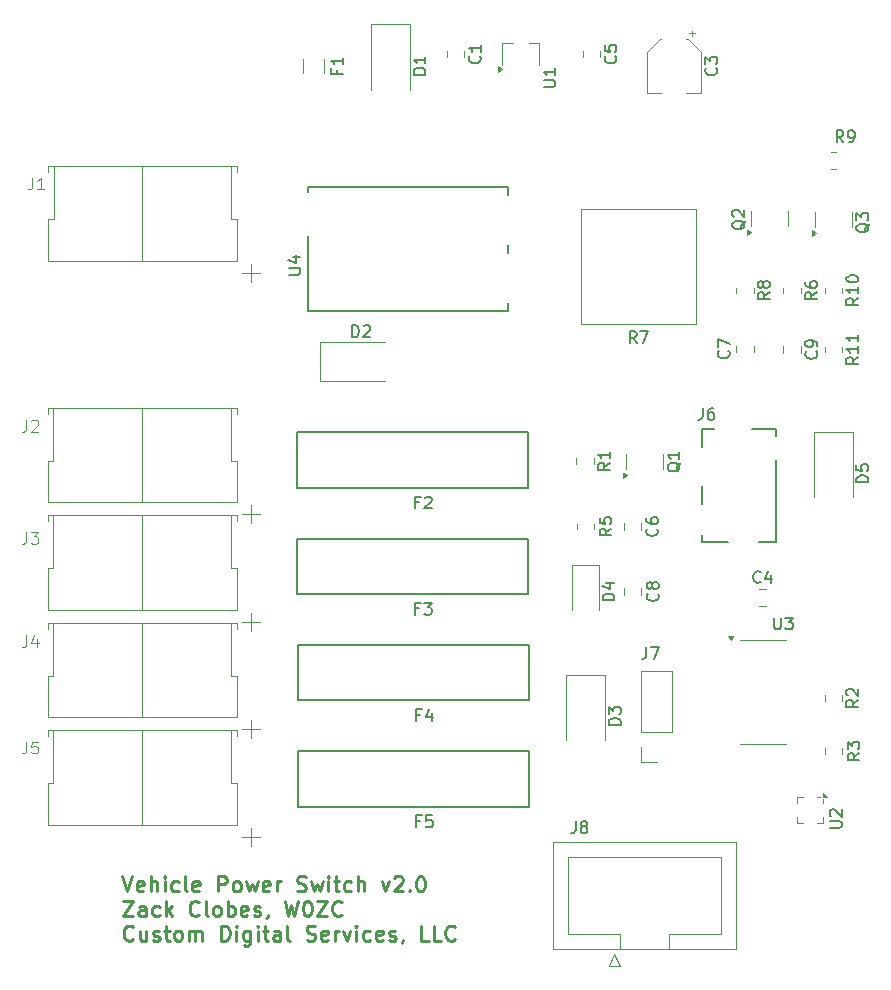
<source format=gbr>
%TF.GenerationSoftware,KiCad,Pcbnew,8.0.3*%
%TF.CreationDate,2024-06-23T19:26:25-05:00*%
%TF.ProjectId,Vehicle Power Switch,56656869-636c-4652-9050-6f7765722053,rev?*%
%TF.SameCoordinates,Original*%
%TF.FileFunction,Legend,Top*%
%TF.FilePolarity,Positive*%
%FSLAX46Y46*%
G04 Gerber Fmt 4.6, Leading zero omitted, Abs format (unit mm)*
G04 Created by KiCad (PCBNEW 8.0.3) date 2024-06-23 19:26:25*
%MOMM*%
%LPD*%
G01*
G04 APERTURE LIST*
%ADD10C,0.250000*%
%ADD11C,0.150000*%
%ADD12C,0.100000*%
%ADD13C,0.120000*%
%ADD14C,0.152400*%
G04 APERTURE END LIST*
D10*
X68288282Y-125592050D02*
X68721615Y-126892050D01*
X68721615Y-126892050D02*
X69154949Y-125592050D01*
X70083520Y-126830146D02*
X69959711Y-126892050D01*
X69959711Y-126892050D02*
X69712092Y-126892050D01*
X69712092Y-126892050D02*
X69588282Y-126830146D01*
X69588282Y-126830146D02*
X69526378Y-126706336D01*
X69526378Y-126706336D02*
X69526378Y-126211098D01*
X69526378Y-126211098D02*
X69588282Y-126087288D01*
X69588282Y-126087288D02*
X69712092Y-126025384D01*
X69712092Y-126025384D02*
X69959711Y-126025384D01*
X69959711Y-126025384D02*
X70083520Y-126087288D01*
X70083520Y-126087288D02*
X70145425Y-126211098D01*
X70145425Y-126211098D02*
X70145425Y-126334907D01*
X70145425Y-126334907D02*
X69526378Y-126458717D01*
X70702568Y-126892050D02*
X70702568Y-125592050D01*
X71259711Y-126892050D02*
X71259711Y-126211098D01*
X71259711Y-126211098D02*
X71197806Y-126087288D01*
X71197806Y-126087288D02*
X71073997Y-126025384D01*
X71073997Y-126025384D02*
X70888283Y-126025384D01*
X70888283Y-126025384D02*
X70764473Y-126087288D01*
X70764473Y-126087288D02*
X70702568Y-126149193D01*
X71878758Y-126892050D02*
X71878758Y-126025384D01*
X71878758Y-125592050D02*
X71816854Y-125653955D01*
X71816854Y-125653955D02*
X71878758Y-125715860D01*
X71878758Y-125715860D02*
X71940663Y-125653955D01*
X71940663Y-125653955D02*
X71878758Y-125592050D01*
X71878758Y-125592050D02*
X71878758Y-125715860D01*
X73054949Y-126830146D02*
X72931140Y-126892050D01*
X72931140Y-126892050D02*
X72683521Y-126892050D01*
X72683521Y-126892050D02*
X72559711Y-126830146D01*
X72559711Y-126830146D02*
X72497806Y-126768241D01*
X72497806Y-126768241D02*
X72435902Y-126644431D01*
X72435902Y-126644431D02*
X72435902Y-126273003D01*
X72435902Y-126273003D02*
X72497806Y-126149193D01*
X72497806Y-126149193D02*
X72559711Y-126087288D01*
X72559711Y-126087288D02*
X72683521Y-126025384D01*
X72683521Y-126025384D02*
X72931140Y-126025384D01*
X72931140Y-126025384D02*
X73054949Y-126087288D01*
X73797807Y-126892050D02*
X73673997Y-126830146D01*
X73673997Y-126830146D02*
X73612092Y-126706336D01*
X73612092Y-126706336D02*
X73612092Y-125592050D01*
X74788282Y-126830146D02*
X74664473Y-126892050D01*
X74664473Y-126892050D02*
X74416854Y-126892050D01*
X74416854Y-126892050D02*
X74293044Y-126830146D01*
X74293044Y-126830146D02*
X74231140Y-126706336D01*
X74231140Y-126706336D02*
X74231140Y-126211098D01*
X74231140Y-126211098D02*
X74293044Y-126087288D01*
X74293044Y-126087288D02*
X74416854Y-126025384D01*
X74416854Y-126025384D02*
X74664473Y-126025384D01*
X74664473Y-126025384D02*
X74788282Y-126087288D01*
X74788282Y-126087288D02*
X74850187Y-126211098D01*
X74850187Y-126211098D02*
X74850187Y-126334907D01*
X74850187Y-126334907D02*
X74231140Y-126458717D01*
X76397806Y-126892050D02*
X76397806Y-125592050D01*
X76397806Y-125592050D02*
X76893044Y-125592050D01*
X76893044Y-125592050D02*
X77016854Y-125653955D01*
X77016854Y-125653955D02*
X77078759Y-125715860D01*
X77078759Y-125715860D02*
X77140663Y-125839669D01*
X77140663Y-125839669D02*
X77140663Y-126025384D01*
X77140663Y-126025384D02*
X77078759Y-126149193D01*
X77078759Y-126149193D02*
X77016854Y-126211098D01*
X77016854Y-126211098D02*
X76893044Y-126273003D01*
X76893044Y-126273003D02*
X76397806Y-126273003D01*
X77883521Y-126892050D02*
X77759711Y-126830146D01*
X77759711Y-126830146D02*
X77697806Y-126768241D01*
X77697806Y-126768241D02*
X77635902Y-126644431D01*
X77635902Y-126644431D02*
X77635902Y-126273003D01*
X77635902Y-126273003D02*
X77697806Y-126149193D01*
X77697806Y-126149193D02*
X77759711Y-126087288D01*
X77759711Y-126087288D02*
X77883521Y-126025384D01*
X77883521Y-126025384D02*
X78069235Y-126025384D01*
X78069235Y-126025384D02*
X78193044Y-126087288D01*
X78193044Y-126087288D02*
X78254949Y-126149193D01*
X78254949Y-126149193D02*
X78316854Y-126273003D01*
X78316854Y-126273003D02*
X78316854Y-126644431D01*
X78316854Y-126644431D02*
X78254949Y-126768241D01*
X78254949Y-126768241D02*
X78193044Y-126830146D01*
X78193044Y-126830146D02*
X78069235Y-126892050D01*
X78069235Y-126892050D02*
X77883521Y-126892050D01*
X78750187Y-126025384D02*
X78997806Y-126892050D01*
X78997806Y-126892050D02*
X79245425Y-126273003D01*
X79245425Y-126273003D02*
X79493044Y-126892050D01*
X79493044Y-126892050D02*
X79740663Y-126025384D01*
X80731139Y-126830146D02*
X80607330Y-126892050D01*
X80607330Y-126892050D02*
X80359711Y-126892050D01*
X80359711Y-126892050D02*
X80235901Y-126830146D01*
X80235901Y-126830146D02*
X80173997Y-126706336D01*
X80173997Y-126706336D02*
X80173997Y-126211098D01*
X80173997Y-126211098D02*
X80235901Y-126087288D01*
X80235901Y-126087288D02*
X80359711Y-126025384D01*
X80359711Y-126025384D02*
X80607330Y-126025384D01*
X80607330Y-126025384D02*
X80731139Y-126087288D01*
X80731139Y-126087288D02*
X80793044Y-126211098D01*
X80793044Y-126211098D02*
X80793044Y-126334907D01*
X80793044Y-126334907D02*
X80173997Y-126458717D01*
X81350187Y-126892050D02*
X81350187Y-126025384D01*
X81350187Y-126273003D02*
X81412092Y-126149193D01*
X81412092Y-126149193D02*
X81473997Y-126087288D01*
X81473997Y-126087288D02*
X81597806Y-126025384D01*
X81597806Y-126025384D02*
X81721616Y-126025384D01*
X83083521Y-126830146D02*
X83269235Y-126892050D01*
X83269235Y-126892050D02*
X83578759Y-126892050D01*
X83578759Y-126892050D02*
X83702568Y-126830146D01*
X83702568Y-126830146D02*
X83764473Y-126768241D01*
X83764473Y-126768241D02*
X83826378Y-126644431D01*
X83826378Y-126644431D02*
X83826378Y-126520622D01*
X83826378Y-126520622D02*
X83764473Y-126396812D01*
X83764473Y-126396812D02*
X83702568Y-126334907D01*
X83702568Y-126334907D02*
X83578759Y-126273003D01*
X83578759Y-126273003D02*
X83331140Y-126211098D01*
X83331140Y-126211098D02*
X83207330Y-126149193D01*
X83207330Y-126149193D02*
X83145425Y-126087288D01*
X83145425Y-126087288D02*
X83083521Y-125963479D01*
X83083521Y-125963479D02*
X83083521Y-125839669D01*
X83083521Y-125839669D02*
X83145425Y-125715860D01*
X83145425Y-125715860D02*
X83207330Y-125653955D01*
X83207330Y-125653955D02*
X83331140Y-125592050D01*
X83331140Y-125592050D02*
X83640663Y-125592050D01*
X83640663Y-125592050D02*
X83826378Y-125653955D01*
X84259711Y-126025384D02*
X84507330Y-126892050D01*
X84507330Y-126892050D02*
X84754949Y-126273003D01*
X84754949Y-126273003D02*
X85002568Y-126892050D01*
X85002568Y-126892050D02*
X85250187Y-126025384D01*
X85745425Y-126892050D02*
X85745425Y-126025384D01*
X85745425Y-125592050D02*
X85683521Y-125653955D01*
X85683521Y-125653955D02*
X85745425Y-125715860D01*
X85745425Y-125715860D02*
X85807330Y-125653955D01*
X85807330Y-125653955D02*
X85745425Y-125592050D01*
X85745425Y-125592050D02*
X85745425Y-125715860D01*
X86178759Y-126025384D02*
X86673997Y-126025384D01*
X86364473Y-125592050D02*
X86364473Y-126706336D01*
X86364473Y-126706336D02*
X86426378Y-126830146D01*
X86426378Y-126830146D02*
X86550188Y-126892050D01*
X86550188Y-126892050D02*
X86673997Y-126892050D01*
X87664473Y-126830146D02*
X87540664Y-126892050D01*
X87540664Y-126892050D02*
X87293045Y-126892050D01*
X87293045Y-126892050D02*
X87169235Y-126830146D01*
X87169235Y-126830146D02*
X87107330Y-126768241D01*
X87107330Y-126768241D02*
X87045426Y-126644431D01*
X87045426Y-126644431D02*
X87045426Y-126273003D01*
X87045426Y-126273003D02*
X87107330Y-126149193D01*
X87107330Y-126149193D02*
X87169235Y-126087288D01*
X87169235Y-126087288D02*
X87293045Y-126025384D01*
X87293045Y-126025384D02*
X87540664Y-126025384D01*
X87540664Y-126025384D02*
X87664473Y-126087288D01*
X88221616Y-126892050D02*
X88221616Y-125592050D01*
X88778759Y-126892050D02*
X88778759Y-126211098D01*
X88778759Y-126211098D02*
X88716854Y-126087288D01*
X88716854Y-126087288D02*
X88593045Y-126025384D01*
X88593045Y-126025384D02*
X88407331Y-126025384D01*
X88407331Y-126025384D02*
X88283521Y-126087288D01*
X88283521Y-126087288D02*
X88221616Y-126149193D01*
X90264473Y-126025384D02*
X90573997Y-126892050D01*
X90573997Y-126892050D02*
X90883520Y-126025384D01*
X91316854Y-125715860D02*
X91378758Y-125653955D01*
X91378758Y-125653955D02*
X91502568Y-125592050D01*
X91502568Y-125592050D02*
X91812092Y-125592050D01*
X91812092Y-125592050D02*
X91935901Y-125653955D01*
X91935901Y-125653955D02*
X91997806Y-125715860D01*
X91997806Y-125715860D02*
X92059711Y-125839669D01*
X92059711Y-125839669D02*
X92059711Y-125963479D01*
X92059711Y-125963479D02*
X91997806Y-126149193D01*
X91997806Y-126149193D02*
X91254949Y-126892050D01*
X91254949Y-126892050D02*
X92059711Y-126892050D01*
X92616853Y-126768241D02*
X92678758Y-126830146D01*
X92678758Y-126830146D02*
X92616853Y-126892050D01*
X92616853Y-126892050D02*
X92554949Y-126830146D01*
X92554949Y-126830146D02*
X92616853Y-126768241D01*
X92616853Y-126768241D02*
X92616853Y-126892050D01*
X93483520Y-125592050D02*
X93607330Y-125592050D01*
X93607330Y-125592050D02*
X93731139Y-125653955D01*
X93731139Y-125653955D02*
X93793044Y-125715860D01*
X93793044Y-125715860D02*
X93854949Y-125839669D01*
X93854949Y-125839669D02*
X93916854Y-126087288D01*
X93916854Y-126087288D02*
X93916854Y-126396812D01*
X93916854Y-126396812D02*
X93854949Y-126644431D01*
X93854949Y-126644431D02*
X93793044Y-126768241D01*
X93793044Y-126768241D02*
X93731139Y-126830146D01*
X93731139Y-126830146D02*
X93607330Y-126892050D01*
X93607330Y-126892050D02*
X93483520Y-126892050D01*
X93483520Y-126892050D02*
X93359711Y-126830146D01*
X93359711Y-126830146D02*
X93297806Y-126768241D01*
X93297806Y-126768241D02*
X93235901Y-126644431D01*
X93235901Y-126644431D02*
X93173997Y-126396812D01*
X93173997Y-126396812D02*
X93173997Y-126087288D01*
X93173997Y-126087288D02*
X93235901Y-125839669D01*
X93235901Y-125839669D02*
X93297806Y-125715860D01*
X93297806Y-125715860D02*
X93359711Y-125653955D01*
X93359711Y-125653955D02*
X93483520Y-125592050D01*
X68350187Y-127684977D02*
X69216853Y-127684977D01*
X69216853Y-127684977D02*
X68350187Y-128984977D01*
X68350187Y-128984977D02*
X69216853Y-128984977D01*
X70269234Y-128984977D02*
X70269234Y-128304025D01*
X70269234Y-128304025D02*
X70207329Y-128180215D01*
X70207329Y-128180215D02*
X70083520Y-128118311D01*
X70083520Y-128118311D02*
X69835901Y-128118311D01*
X69835901Y-128118311D02*
X69712091Y-128180215D01*
X70269234Y-128923073D02*
X70145425Y-128984977D01*
X70145425Y-128984977D02*
X69835901Y-128984977D01*
X69835901Y-128984977D02*
X69712091Y-128923073D01*
X69712091Y-128923073D02*
X69650187Y-128799263D01*
X69650187Y-128799263D02*
X69650187Y-128675453D01*
X69650187Y-128675453D02*
X69712091Y-128551644D01*
X69712091Y-128551644D02*
X69835901Y-128489739D01*
X69835901Y-128489739D02*
X70145425Y-128489739D01*
X70145425Y-128489739D02*
X70269234Y-128427834D01*
X71445424Y-128923073D02*
X71321615Y-128984977D01*
X71321615Y-128984977D02*
X71073996Y-128984977D01*
X71073996Y-128984977D02*
X70950186Y-128923073D01*
X70950186Y-128923073D02*
X70888281Y-128861168D01*
X70888281Y-128861168D02*
X70826377Y-128737358D01*
X70826377Y-128737358D02*
X70826377Y-128365930D01*
X70826377Y-128365930D02*
X70888281Y-128242120D01*
X70888281Y-128242120D02*
X70950186Y-128180215D01*
X70950186Y-128180215D02*
X71073996Y-128118311D01*
X71073996Y-128118311D02*
X71321615Y-128118311D01*
X71321615Y-128118311D02*
X71445424Y-128180215D01*
X72002567Y-128984977D02*
X72002567Y-127684977D01*
X72126377Y-128489739D02*
X72497805Y-128984977D01*
X72497805Y-128118311D02*
X72002567Y-128613549D01*
X74788281Y-128861168D02*
X74726377Y-128923073D01*
X74726377Y-128923073D02*
X74540662Y-128984977D01*
X74540662Y-128984977D02*
X74416853Y-128984977D01*
X74416853Y-128984977D02*
X74231139Y-128923073D01*
X74231139Y-128923073D02*
X74107329Y-128799263D01*
X74107329Y-128799263D02*
X74045424Y-128675453D01*
X74045424Y-128675453D02*
X73983520Y-128427834D01*
X73983520Y-128427834D02*
X73983520Y-128242120D01*
X73983520Y-128242120D02*
X74045424Y-127994501D01*
X74045424Y-127994501D02*
X74107329Y-127870692D01*
X74107329Y-127870692D02*
X74231139Y-127746882D01*
X74231139Y-127746882D02*
X74416853Y-127684977D01*
X74416853Y-127684977D02*
X74540662Y-127684977D01*
X74540662Y-127684977D02*
X74726377Y-127746882D01*
X74726377Y-127746882D02*
X74788281Y-127808787D01*
X75531139Y-128984977D02*
X75407329Y-128923073D01*
X75407329Y-128923073D02*
X75345424Y-128799263D01*
X75345424Y-128799263D02*
X75345424Y-127684977D01*
X76212091Y-128984977D02*
X76088281Y-128923073D01*
X76088281Y-128923073D02*
X76026376Y-128861168D01*
X76026376Y-128861168D02*
X75964472Y-128737358D01*
X75964472Y-128737358D02*
X75964472Y-128365930D01*
X75964472Y-128365930D02*
X76026376Y-128242120D01*
X76026376Y-128242120D02*
X76088281Y-128180215D01*
X76088281Y-128180215D02*
X76212091Y-128118311D01*
X76212091Y-128118311D02*
X76397805Y-128118311D01*
X76397805Y-128118311D02*
X76521614Y-128180215D01*
X76521614Y-128180215D02*
X76583519Y-128242120D01*
X76583519Y-128242120D02*
X76645424Y-128365930D01*
X76645424Y-128365930D02*
X76645424Y-128737358D01*
X76645424Y-128737358D02*
X76583519Y-128861168D01*
X76583519Y-128861168D02*
X76521614Y-128923073D01*
X76521614Y-128923073D02*
X76397805Y-128984977D01*
X76397805Y-128984977D02*
X76212091Y-128984977D01*
X77202566Y-128984977D02*
X77202566Y-127684977D01*
X77202566Y-128180215D02*
X77326376Y-128118311D01*
X77326376Y-128118311D02*
X77573995Y-128118311D01*
X77573995Y-128118311D02*
X77697804Y-128180215D01*
X77697804Y-128180215D02*
X77759709Y-128242120D01*
X77759709Y-128242120D02*
X77821614Y-128365930D01*
X77821614Y-128365930D02*
X77821614Y-128737358D01*
X77821614Y-128737358D02*
X77759709Y-128861168D01*
X77759709Y-128861168D02*
X77697804Y-128923073D01*
X77697804Y-128923073D02*
X77573995Y-128984977D01*
X77573995Y-128984977D02*
X77326376Y-128984977D01*
X77326376Y-128984977D02*
X77202566Y-128923073D01*
X78873994Y-128923073D02*
X78750185Y-128984977D01*
X78750185Y-128984977D02*
X78502566Y-128984977D01*
X78502566Y-128984977D02*
X78378756Y-128923073D01*
X78378756Y-128923073D02*
X78316852Y-128799263D01*
X78316852Y-128799263D02*
X78316852Y-128304025D01*
X78316852Y-128304025D02*
X78378756Y-128180215D01*
X78378756Y-128180215D02*
X78502566Y-128118311D01*
X78502566Y-128118311D02*
X78750185Y-128118311D01*
X78750185Y-128118311D02*
X78873994Y-128180215D01*
X78873994Y-128180215D02*
X78935899Y-128304025D01*
X78935899Y-128304025D02*
X78935899Y-128427834D01*
X78935899Y-128427834D02*
X78316852Y-128551644D01*
X79431138Y-128923073D02*
X79554947Y-128984977D01*
X79554947Y-128984977D02*
X79802566Y-128984977D01*
X79802566Y-128984977D02*
X79926376Y-128923073D01*
X79926376Y-128923073D02*
X79988280Y-128799263D01*
X79988280Y-128799263D02*
X79988280Y-128737358D01*
X79988280Y-128737358D02*
X79926376Y-128613549D01*
X79926376Y-128613549D02*
X79802566Y-128551644D01*
X79802566Y-128551644D02*
X79616852Y-128551644D01*
X79616852Y-128551644D02*
X79493042Y-128489739D01*
X79493042Y-128489739D02*
X79431138Y-128365930D01*
X79431138Y-128365930D02*
X79431138Y-128304025D01*
X79431138Y-128304025D02*
X79493042Y-128180215D01*
X79493042Y-128180215D02*
X79616852Y-128118311D01*
X79616852Y-128118311D02*
X79802566Y-128118311D01*
X79802566Y-128118311D02*
X79926376Y-128180215D01*
X80607328Y-128923073D02*
X80607328Y-128984977D01*
X80607328Y-128984977D02*
X80545423Y-129108787D01*
X80545423Y-129108787D02*
X80483519Y-129170692D01*
X82031138Y-127684977D02*
X82340662Y-128984977D01*
X82340662Y-128984977D02*
X82588281Y-128056406D01*
X82588281Y-128056406D02*
X82835900Y-128984977D01*
X82835900Y-128984977D02*
X83145424Y-127684977D01*
X83888280Y-127684977D02*
X84012090Y-127684977D01*
X84012090Y-127684977D02*
X84135899Y-127746882D01*
X84135899Y-127746882D02*
X84197804Y-127808787D01*
X84197804Y-127808787D02*
X84259709Y-127932596D01*
X84259709Y-127932596D02*
X84321614Y-128180215D01*
X84321614Y-128180215D02*
X84321614Y-128489739D01*
X84321614Y-128489739D02*
X84259709Y-128737358D01*
X84259709Y-128737358D02*
X84197804Y-128861168D01*
X84197804Y-128861168D02*
X84135899Y-128923073D01*
X84135899Y-128923073D02*
X84012090Y-128984977D01*
X84012090Y-128984977D02*
X83888280Y-128984977D01*
X83888280Y-128984977D02*
X83764471Y-128923073D01*
X83764471Y-128923073D02*
X83702566Y-128861168D01*
X83702566Y-128861168D02*
X83640661Y-128737358D01*
X83640661Y-128737358D02*
X83578757Y-128489739D01*
X83578757Y-128489739D02*
X83578757Y-128180215D01*
X83578757Y-128180215D02*
X83640661Y-127932596D01*
X83640661Y-127932596D02*
X83702566Y-127808787D01*
X83702566Y-127808787D02*
X83764471Y-127746882D01*
X83764471Y-127746882D02*
X83888280Y-127684977D01*
X84754947Y-127684977D02*
X85621613Y-127684977D01*
X85621613Y-127684977D02*
X84754947Y-128984977D01*
X84754947Y-128984977D02*
X85621613Y-128984977D01*
X86859708Y-128861168D02*
X86797804Y-128923073D01*
X86797804Y-128923073D02*
X86612089Y-128984977D01*
X86612089Y-128984977D02*
X86488280Y-128984977D01*
X86488280Y-128984977D02*
X86302566Y-128923073D01*
X86302566Y-128923073D02*
X86178756Y-128799263D01*
X86178756Y-128799263D02*
X86116851Y-128675453D01*
X86116851Y-128675453D02*
X86054947Y-128427834D01*
X86054947Y-128427834D02*
X86054947Y-128242120D01*
X86054947Y-128242120D02*
X86116851Y-127994501D01*
X86116851Y-127994501D02*
X86178756Y-127870692D01*
X86178756Y-127870692D02*
X86302566Y-127746882D01*
X86302566Y-127746882D02*
X86488280Y-127684977D01*
X86488280Y-127684977D02*
X86612089Y-127684977D01*
X86612089Y-127684977D02*
X86797804Y-127746882D01*
X86797804Y-127746882D02*
X86859708Y-127808787D01*
X69216853Y-130954095D02*
X69154949Y-131016000D01*
X69154949Y-131016000D02*
X68969234Y-131077904D01*
X68969234Y-131077904D02*
X68845425Y-131077904D01*
X68845425Y-131077904D02*
X68659711Y-131016000D01*
X68659711Y-131016000D02*
X68535901Y-130892190D01*
X68535901Y-130892190D02*
X68473996Y-130768380D01*
X68473996Y-130768380D02*
X68412092Y-130520761D01*
X68412092Y-130520761D02*
X68412092Y-130335047D01*
X68412092Y-130335047D02*
X68473996Y-130087428D01*
X68473996Y-130087428D02*
X68535901Y-129963619D01*
X68535901Y-129963619D02*
X68659711Y-129839809D01*
X68659711Y-129839809D02*
X68845425Y-129777904D01*
X68845425Y-129777904D02*
X68969234Y-129777904D01*
X68969234Y-129777904D02*
X69154949Y-129839809D01*
X69154949Y-129839809D02*
X69216853Y-129901714D01*
X70331139Y-130211238D02*
X70331139Y-131077904D01*
X69773996Y-130211238D02*
X69773996Y-130892190D01*
X69773996Y-130892190D02*
X69835901Y-131016000D01*
X69835901Y-131016000D02*
X69959711Y-131077904D01*
X69959711Y-131077904D02*
X70145425Y-131077904D01*
X70145425Y-131077904D02*
X70269234Y-131016000D01*
X70269234Y-131016000D02*
X70331139Y-130954095D01*
X70888282Y-131016000D02*
X71012091Y-131077904D01*
X71012091Y-131077904D02*
X71259710Y-131077904D01*
X71259710Y-131077904D02*
X71383520Y-131016000D01*
X71383520Y-131016000D02*
X71445424Y-130892190D01*
X71445424Y-130892190D02*
X71445424Y-130830285D01*
X71445424Y-130830285D02*
X71383520Y-130706476D01*
X71383520Y-130706476D02*
X71259710Y-130644571D01*
X71259710Y-130644571D02*
X71073996Y-130644571D01*
X71073996Y-130644571D02*
X70950186Y-130582666D01*
X70950186Y-130582666D02*
X70888282Y-130458857D01*
X70888282Y-130458857D02*
X70888282Y-130396952D01*
X70888282Y-130396952D02*
X70950186Y-130273142D01*
X70950186Y-130273142D02*
X71073996Y-130211238D01*
X71073996Y-130211238D02*
X71259710Y-130211238D01*
X71259710Y-130211238D02*
X71383520Y-130273142D01*
X71816853Y-130211238D02*
X72312091Y-130211238D01*
X72002567Y-129777904D02*
X72002567Y-130892190D01*
X72002567Y-130892190D02*
X72064472Y-131016000D01*
X72064472Y-131016000D02*
X72188282Y-131077904D01*
X72188282Y-131077904D02*
X72312091Y-131077904D01*
X72931139Y-131077904D02*
X72807329Y-131016000D01*
X72807329Y-131016000D02*
X72745424Y-130954095D01*
X72745424Y-130954095D02*
X72683520Y-130830285D01*
X72683520Y-130830285D02*
X72683520Y-130458857D01*
X72683520Y-130458857D02*
X72745424Y-130335047D01*
X72745424Y-130335047D02*
X72807329Y-130273142D01*
X72807329Y-130273142D02*
X72931139Y-130211238D01*
X72931139Y-130211238D02*
X73116853Y-130211238D01*
X73116853Y-130211238D02*
X73240662Y-130273142D01*
X73240662Y-130273142D02*
X73302567Y-130335047D01*
X73302567Y-130335047D02*
X73364472Y-130458857D01*
X73364472Y-130458857D02*
X73364472Y-130830285D01*
X73364472Y-130830285D02*
X73302567Y-130954095D01*
X73302567Y-130954095D02*
X73240662Y-131016000D01*
X73240662Y-131016000D02*
X73116853Y-131077904D01*
X73116853Y-131077904D02*
X72931139Y-131077904D01*
X73921614Y-131077904D02*
X73921614Y-130211238D01*
X73921614Y-130335047D02*
X73983519Y-130273142D01*
X73983519Y-130273142D02*
X74107329Y-130211238D01*
X74107329Y-130211238D02*
X74293043Y-130211238D01*
X74293043Y-130211238D02*
X74416852Y-130273142D01*
X74416852Y-130273142D02*
X74478757Y-130396952D01*
X74478757Y-130396952D02*
X74478757Y-131077904D01*
X74478757Y-130396952D02*
X74540662Y-130273142D01*
X74540662Y-130273142D02*
X74664471Y-130211238D01*
X74664471Y-130211238D02*
X74850186Y-130211238D01*
X74850186Y-130211238D02*
X74973995Y-130273142D01*
X74973995Y-130273142D02*
X75035900Y-130396952D01*
X75035900Y-130396952D02*
X75035900Y-131077904D01*
X76645423Y-131077904D02*
X76645423Y-129777904D01*
X76645423Y-129777904D02*
X76954947Y-129777904D01*
X76954947Y-129777904D02*
X77140661Y-129839809D01*
X77140661Y-129839809D02*
X77264471Y-129963619D01*
X77264471Y-129963619D02*
X77326376Y-130087428D01*
X77326376Y-130087428D02*
X77388280Y-130335047D01*
X77388280Y-130335047D02*
X77388280Y-130520761D01*
X77388280Y-130520761D02*
X77326376Y-130768380D01*
X77326376Y-130768380D02*
X77264471Y-130892190D01*
X77264471Y-130892190D02*
X77140661Y-131016000D01*
X77140661Y-131016000D02*
X76954947Y-131077904D01*
X76954947Y-131077904D02*
X76645423Y-131077904D01*
X77945423Y-131077904D02*
X77945423Y-130211238D01*
X77945423Y-129777904D02*
X77883519Y-129839809D01*
X77883519Y-129839809D02*
X77945423Y-129901714D01*
X77945423Y-129901714D02*
X78007328Y-129839809D01*
X78007328Y-129839809D02*
X77945423Y-129777904D01*
X77945423Y-129777904D02*
X77945423Y-129901714D01*
X79121614Y-130211238D02*
X79121614Y-131263619D01*
X79121614Y-131263619D02*
X79059709Y-131387428D01*
X79059709Y-131387428D02*
X78997805Y-131449333D01*
X78997805Y-131449333D02*
X78873995Y-131511238D01*
X78873995Y-131511238D02*
X78688281Y-131511238D01*
X78688281Y-131511238D02*
X78564471Y-131449333D01*
X79121614Y-131016000D02*
X78997805Y-131077904D01*
X78997805Y-131077904D02*
X78750186Y-131077904D01*
X78750186Y-131077904D02*
X78626376Y-131016000D01*
X78626376Y-131016000D02*
X78564471Y-130954095D01*
X78564471Y-130954095D02*
X78502567Y-130830285D01*
X78502567Y-130830285D02*
X78502567Y-130458857D01*
X78502567Y-130458857D02*
X78564471Y-130335047D01*
X78564471Y-130335047D02*
X78626376Y-130273142D01*
X78626376Y-130273142D02*
X78750186Y-130211238D01*
X78750186Y-130211238D02*
X78997805Y-130211238D01*
X78997805Y-130211238D02*
X79121614Y-130273142D01*
X79740661Y-131077904D02*
X79740661Y-130211238D01*
X79740661Y-129777904D02*
X79678757Y-129839809D01*
X79678757Y-129839809D02*
X79740661Y-129901714D01*
X79740661Y-129901714D02*
X79802566Y-129839809D01*
X79802566Y-129839809D02*
X79740661Y-129777904D01*
X79740661Y-129777904D02*
X79740661Y-129901714D01*
X80173995Y-130211238D02*
X80669233Y-130211238D01*
X80359709Y-129777904D02*
X80359709Y-130892190D01*
X80359709Y-130892190D02*
X80421614Y-131016000D01*
X80421614Y-131016000D02*
X80545424Y-131077904D01*
X80545424Y-131077904D02*
X80669233Y-131077904D01*
X81659709Y-131077904D02*
X81659709Y-130396952D01*
X81659709Y-130396952D02*
X81597804Y-130273142D01*
X81597804Y-130273142D02*
X81473995Y-130211238D01*
X81473995Y-130211238D02*
X81226376Y-130211238D01*
X81226376Y-130211238D02*
X81102566Y-130273142D01*
X81659709Y-131016000D02*
X81535900Y-131077904D01*
X81535900Y-131077904D02*
X81226376Y-131077904D01*
X81226376Y-131077904D02*
X81102566Y-131016000D01*
X81102566Y-131016000D02*
X81040662Y-130892190D01*
X81040662Y-130892190D02*
X81040662Y-130768380D01*
X81040662Y-130768380D02*
X81102566Y-130644571D01*
X81102566Y-130644571D02*
X81226376Y-130582666D01*
X81226376Y-130582666D02*
X81535900Y-130582666D01*
X81535900Y-130582666D02*
X81659709Y-130520761D01*
X82464471Y-131077904D02*
X82340661Y-131016000D01*
X82340661Y-131016000D02*
X82278756Y-130892190D01*
X82278756Y-130892190D02*
X82278756Y-129777904D01*
X83888280Y-131016000D02*
X84073994Y-131077904D01*
X84073994Y-131077904D02*
X84383518Y-131077904D01*
X84383518Y-131077904D02*
X84507327Y-131016000D01*
X84507327Y-131016000D02*
X84569232Y-130954095D01*
X84569232Y-130954095D02*
X84631137Y-130830285D01*
X84631137Y-130830285D02*
X84631137Y-130706476D01*
X84631137Y-130706476D02*
X84569232Y-130582666D01*
X84569232Y-130582666D02*
X84507327Y-130520761D01*
X84507327Y-130520761D02*
X84383518Y-130458857D01*
X84383518Y-130458857D02*
X84135899Y-130396952D01*
X84135899Y-130396952D02*
X84012089Y-130335047D01*
X84012089Y-130335047D02*
X83950184Y-130273142D01*
X83950184Y-130273142D02*
X83888280Y-130149333D01*
X83888280Y-130149333D02*
X83888280Y-130025523D01*
X83888280Y-130025523D02*
X83950184Y-129901714D01*
X83950184Y-129901714D02*
X84012089Y-129839809D01*
X84012089Y-129839809D02*
X84135899Y-129777904D01*
X84135899Y-129777904D02*
X84445422Y-129777904D01*
X84445422Y-129777904D02*
X84631137Y-129839809D01*
X85683517Y-131016000D02*
X85559708Y-131077904D01*
X85559708Y-131077904D02*
X85312089Y-131077904D01*
X85312089Y-131077904D02*
X85188279Y-131016000D01*
X85188279Y-131016000D02*
X85126375Y-130892190D01*
X85126375Y-130892190D02*
X85126375Y-130396952D01*
X85126375Y-130396952D02*
X85188279Y-130273142D01*
X85188279Y-130273142D02*
X85312089Y-130211238D01*
X85312089Y-130211238D02*
X85559708Y-130211238D01*
X85559708Y-130211238D02*
X85683517Y-130273142D01*
X85683517Y-130273142D02*
X85745422Y-130396952D01*
X85745422Y-130396952D02*
X85745422Y-130520761D01*
X85745422Y-130520761D02*
X85126375Y-130644571D01*
X86302565Y-131077904D02*
X86302565Y-130211238D01*
X86302565Y-130458857D02*
X86364470Y-130335047D01*
X86364470Y-130335047D02*
X86426375Y-130273142D01*
X86426375Y-130273142D02*
X86550184Y-130211238D01*
X86550184Y-130211238D02*
X86673994Y-130211238D01*
X86983518Y-130211238D02*
X87293042Y-131077904D01*
X87293042Y-131077904D02*
X87602565Y-130211238D01*
X88097803Y-131077904D02*
X88097803Y-130211238D01*
X88097803Y-129777904D02*
X88035899Y-129839809D01*
X88035899Y-129839809D02*
X88097803Y-129901714D01*
X88097803Y-129901714D02*
X88159708Y-129839809D01*
X88159708Y-129839809D02*
X88097803Y-129777904D01*
X88097803Y-129777904D02*
X88097803Y-129901714D01*
X89273994Y-131016000D02*
X89150185Y-131077904D01*
X89150185Y-131077904D02*
X88902566Y-131077904D01*
X88902566Y-131077904D02*
X88778756Y-131016000D01*
X88778756Y-131016000D02*
X88716851Y-130954095D01*
X88716851Y-130954095D02*
X88654947Y-130830285D01*
X88654947Y-130830285D02*
X88654947Y-130458857D01*
X88654947Y-130458857D02*
X88716851Y-130335047D01*
X88716851Y-130335047D02*
X88778756Y-130273142D01*
X88778756Y-130273142D02*
X88902566Y-130211238D01*
X88902566Y-130211238D02*
X89150185Y-130211238D01*
X89150185Y-130211238D02*
X89273994Y-130273142D01*
X90326375Y-131016000D02*
X90202566Y-131077904D01*
X90202566Y-131077904D02*
X89954947Y-131077904D01*
X89954947Y-131077904D02*
X89831137Y-131016000D01*
X89831137Y-131016000D02*
X89769233Y-130892190D01*
X89769233Y-130892190D02*
X89769233Y-130396952D01*
X89769233Y-130396952D02*
X89831137Y-130273142D01*
X89831137Y-130273142D02*
X89954947Y-130211238D01*
X89954947Y-130211238D02*
X90202566Y-130211238D01*
X90202566Y-130211238D02*
X90326375Y-130273142D01*
X90326375Y-130273142D02*
X90388280Y-130396952D01*
X90388280Y-130396952D02*
X90388280Y-130520761D01*
X90388280Y-130520761D02*
X89769233Y-130644571D01*
X90883519Y-131016000D02*
X91007328Y-131077904D01*
X91007328Y-131077904D02*
X91254947Y-131077904D01*
X91254947Y-131077904D02*
X91378757Y-131016000D01*
X91378757Y-131016000D02*
X91440661Y-130892190D01*
X91440661Y-130892190D02*
X91440661Y-130830285D01*
X91440661Y-130830285D02*
X91378757Y-130706476D01*
X91378757Y-130706476D02*
X91254947Y-130644571D01*
X91254947Y-130644571D02*
X91069233Y-130644571D01*
X91069233Y-130644571D02*
X90945423Y-130582666D01*
X90945423Y-130582666D02*
X90883519Y-130458857D01*
X90883519Y-130458857D02*
X90883519Y-130396952D01*
X90883519Y-130396952D02*
X90945423Y-130273142D01*
X90945423Y-130273142D02*
X91069233Y-130211238D01*
X91069233Y-130211238D02*
X91254947Y-130211238D01*
X91254947Y-130211238D02*
X91378757Y-130273142D01*
X92059709Y-131016000D02*
X92059709Y-131077904D01*
X92059709Y-131077904D02*
X91997804Y-131201714D01*
X91997804Y-131201714D02*
X91935900Y-131263619D01*
X94226376Y-131077904D02*
X93607328Y-131077904D01*
X93607328Y-131077904D02*
X93607328Y-129777904D01*
X95278757Y-131077904D02*
X94659709Y-131077904D01*
X94659709Y-131077904D02*
X94659709Y-129777904D01*
X96454947Y-130954095D02*
X96393043Y-131016000D01*
X96393043Y-131016000D02*
X96207328Y-131077904D01*
X96207328Y-131077904D02*
X96083519Y-131077904D01*
X96083519Y-131077904D02*
X95897805Y-131016000D01*
X95897805Y-131016000D02*
X95773995Y-130892190D01*
X95773995Y-130892190D02*
X95712090Y-130768380D01*
X95712090Y-130768380D02*
X95650186Y-130520761D01*
X95650186Y-130520761D02*
X95650186Y-130335047D01*
X95650186Y-130335047D02*
X95712090Y-130087428D01*
X95712090Y-130087428D02*
X95773995Y-129963619D01*
X95773995Y-129963619D02*
X95897805Y-129839809D01*
X95897805Y-129839809D02*
X96083519Y-129777904D01*
X96083519Y-129777904D02*
X96207328Y-129777904D01*
X96207328Y-129777904D02*
X96393043Y-129839809D01*
X96393043Y-129839809D02*
X96454947Y-129901714D01*
D11*
X103954819Y-58761904D02*
X104764342Y-58761904D01*
X104764342Y-58761904D02*
X104859580Y-58714285D01*
X104859580Y-58714285D02*
X104907200Y-58666666D01*
X104907200Y-58666666D02*
X104954819Y-58571428D01*
X104954819Y-58571428D02*
X104954819Y-58380952D01*
X104954819Y-58380952D02*
X104907200Y-58285714D01*
X104907200Y-58285714D02*
X104859580Y-58238095D01*
X104859580Y-58238095D02*
X104764342Y-58190476D01*
X104764342Y-58190476D02*
X103954819Y-58190476D01*
X104954819Y-57190476D02*
X104954819Y-57761904D01*
X104954819Y-57476190D02*
X103954819Y-57476190D01*
X103954819Y-57476190D02*
X104097676Y-57571428D01*
X104097676Y-57571428D02*
X104192914Y-57666666D01*
X104192914Y-57666666D02*
X104240533Y-57761904D01*
X115550057Y-90595238D02*
X115502438Y-90690476D01*
X115502438Y-90690476D02*
X115407200Y-90785714D01*
X115407200Y-90785714D02*
X115264342Y-90928571D01*
X115264342Y-90928571D02*
X115216723Y-91023809D01*
X115216723Y-91023809D02*
X115216723Y-91119047D01*
X115454819Y-91071428D02*
X115407200Y-91166666D01*
X115407200Y-91166666D02*
X115311961Y-91261904D01*
X115311961Y-91261904D02*
X115121485Y-91309523D01*
X115121485Y-91309523D02*
X114788152Y-91309523D01*
X114788152Y-91309523D02*
X114597676Y-91261904D01*
X114597676Y-91261904D02*
X114502438Y-91166666D01*
X114502438Y-91166666D02*
X114454819Y-91071428D01*
X114454819Y-91071428D02*
X114454819Y-90880952D01*
X114454819Y-90880952D02*
X114502438Y-90785714D01*
X114502438Y-90785714D02*
X114597676Y-90690476D01*
X114597676Y-90690476D02*
X114788152Y-90642857D01*
X114788152Y-90642857D02*
X115121485Y-90642857D01*
X115121485Y-90642857D02*
X115311961Y-90690476D01*
X115311961Y-90690476D02*
X115407200Y-90785714D01*
X115407200Y-90785714D02*
X115454819Y-90880952D01*
X115454819Y-90880952D02*
X115454819Y-91071428D01*
X115454819Y-89690476D02*
X115454819Y-90261904D01*
X115454819Y-89976190D02*
X114454819Y-89976190D01*
X114454819Y-89976190D02*
X114597676Y-90071428D01*
X114597676Y-90071428D02*
X114692914Y-90166666D01*
X114692914Y-90166666D02*
X114740533Y-90261904D01*
X131550057Y-70345238D02*
X131502438Y-70440476D01*
X131502438Y-70440476D02*
X131407200Y-70535714D01*
X131407200Y-70535714D02*
X131264342Y-70678571D01*
X131264342Y-70678571D02*
X131216723Y-70773809D01*
X131216723Y-70773809D02*
X131216723Y-70869047D01*
X131454819Y-70821428D02*
X131407200Y-70916666D01*
X131407200Y-70916666D02*
X131311961Y-71011904D01*
X131311961Y-71011904D02*
X131121485Y-71059523D01*
X131121485Y-71059523D02*
X130788152Y-71059523D01*
X130788152Y-71059523D02*
X130597676Y-71011904D01*
X130597676Y-71011904D02*
X130502438Y-70916666D01*
X130502438Y-70916666D02*
X130454819Y-70821428D01*
X130454819Y-70821428D02*
X130454819Y-70630952D01*
X130454819Y-70630952D02*
X130502438Y-70535714D01*
X130502438Y-70535714D02*
X130597676Y-70440476D01*
X130597676Y-70440476D02*
X130788152Y-70392857D01*
X130788152Y-70392857D02*
X131121485Y-70392857D01*
X131121485Y-70392857D02*
X131311961Y-70440476D01*
X131311961Y-70440476D02*
X131407200Y-70535714D01*
X131407200Y-70535714D02*
X131454819Y-70630952D01*
X131454819Y-70630952D02*
X131454819Y-70821428D01*
X130454819Y-70059523D02*
X130454819Y-69440476D01*
X130454819Y-69440476D02*
X130835771Y-69773809D01*
X130835771Y-69773809D02*
X130835771Y-69630952D01*
X130835771Y-69630952D02*
X130883390Y-69535714D01*
X130883390Y-69535714D02*
X130931009Y-69488095D01*
X130931009Y-69488095D02*
X131026247Y-69440476D01*
X131026247Y-69440476D02*
X131264342Y-69440476D01*
X131264342Y-69440476D02*
X131359580Y-69488095D01*
X131359580Y-69488095D02*
X131407200Y-69535714D01*
X131407200Y-69535714D02*
X131454819Y-69630952D01*
X131454819Y-69630952D02*
X131454819Y-69916666D01*
X131454819Y-69916666D02*
X131407200Y-70011904D01*
X131407200Y-70011904D02*
X131359580Y-70059523D01*
X121050057Y-70095238D02*
X121002438Y-70190476D01*
X121002438Y-70190476D02*
X120907200Y-70285714D01*
X120907200Y-70285714D02*
X120764342Y-70428571D01*
X120764342Y-70428571D02*
X120716723Y-70523809D01*
X120716723Y-70523809D02*
X120716723Y-70619047D01*
X120954819Y-70571428D02*
X120907200Y-70666666D01*
X120907200Y-70666666D02*
X120811961Y-70761904D01*
X120811961Y-70761904D02*
X120621485Y-70809523D01*
X120621485Y-70809523D02*
X120288152Y-70809523D01*
X120288152Y-70809523D02*
X120097676Y-70761904D01*
X120097676Y-70761904D02*
X120002438Y-70666666D01*
X120002438Y-70666666D02*
X119954819Y-70571428D01*
X119954819Y-70571428D02*
X119954819Y-70380952D01*
X119954819Y-70380952D02*
X120002438Y-70285714D01*
X120002438Y-70285714D02*
X120097676Y-70190476D01*
X120097676Y-70190476D02*
X120288152Y-70142857D01*
X120288152Y-70142857D02*
X120621485Y-70142857D01*
X120621485Y-70142857D02*
X120811961Y-70190476D01*
X120811961Y-70190476D02*
X120907200Y-70285714D01*
X120907200Y-70285714D02*
X120954819Y-70380952D01*
X120954819Y-70380952D02*
X120954819Y-70571428D01*
X120050057Y-69761904D02*
X120002438Y-69714285D01*
X120002438Y-69714285D02*
X119954819Y-69619047D01*
X119954819Y-69619047D02*
X119954819Y-69380952D01*
X119954819Y-69380952D02*
X120002438Y-69285714D01*
X120002438Y-69285714D02*
X120050057Y-69238095D01*
X120050057Y-69238095D02*
X120145295Y-69190476D01*
X120145295Y-69190476D02*
X120240533Y-69190476D01*
X120240533Y-69190476D02*
X120383390Y-69238095D01*
X120383390Y-69238095D02*
X120954819Y-69809523D01*
X120954819Y-69809523D02*
X120954819Y-69190476D01*
X93442666Y-102931009D02*
X93109333Y-102931009D01*
X93109333Y-103454819D02*
X93109333Y-102454819D01*
X93109333Y-102454819D02*
X93585523Y-102454819D01*
X93871238Y-102454819D02*
X94490285Y-102454819D01*
X94490285Y-102454819D02*
X94156952Y-102835771D01*
X94156952Y-102835771D02*
X94299809Y-102835771D01*
X94299809Y-102835771D02*
X94395047Y-102883390D01*
X94395047Y-102883390D02*
X94442666Y-102931009D01*
X94442666Y-102931009D02*
X94490285Y-103026247D01*
X94490285Y-103026247D02*
X94490285Y-103264342D01*
X94490285Y-103264342D02*
X94442666Y-103359580D01*
X94442666Y-103359580D02*
X94395047Y-103407200D01*
X94395047Y-103407200D02*
X94299809Y-103454819D01*
X94299809Y-103454819D02*
X94014095Y-103454819D01*
X94014095Y-103454819D02*
X93918857Y-103407200D01*
X93918857Y-103407200D02*
X93871238Y-103359580D01*
X123488095Y-103704819D02*
X123488095Y-104514342D01*
X123488095Y-104514342D02*
X123535714Y-104609580D01*
X123535714Y-104609580D02*
X123583333Y-104657200D01*
X123583333Y-104657200D02*
X123678571Y-104704819D01*
X123678571Y-104704819D02*
X123869047Y-104704819D01*
X123869047Y-104704819D02*
X123964285Y-104657200D01*
X123964285Y-104657200D02*
X124011904Y-104609580D01*
X124011904Y-104609580D02*
X124059523Y-104514342D01*
X124059523Y-104514342D02*
X124059523Y-103704819D01*
X124440476Y-103704819D02*
X125059523Y-103704819D01*
X125059523Y-103704819D02*
X124726190Y-104085771D01*
X124726190Y-104085771D02*
X124869047Y-104085771D01*
X124869047Y-104085771D02*
X124964285Y-104133390D01*
X124964285Y-104133390D02*
X125011904Y-104181009D01*
X125011904Y-104181009D02*
X125059523Y-104276247D01*
X125059523Y-104276247D02*
X125059523Y-104514342D01*
X125059523Y-104514342D02*
X125011904Y-104609580D01*
X125011904Y-104609580D02*
X124964285Y-104657200D01*
X124964285Y-104657200D02*
X124869047Y-104704819D01*
X124869047Y-104704819D02*
X124583333Y-104704819D01*
X124583333Y-104704819D02*
X124488095Y-104657200D01*
X124488095Y-104657200D02*
X124440476Y-104609580D01*
D12*
X60666666Y-66457419D02*
X60666666Y-67171704D01*
X60666666Y-67171704D02*
X60619047Y-67314561D01*
X60619047Y-67314561D02*
X60523809Y-67409800D01*
X60523809Y-67409800D02*
X60380952Y-67457419D01*
X60380952Y-67457419D02*
X60285714Y-67457419D01*
X61666666Y-67457419D02*
X61095238Y-67457419D01*
X61380952Y-67457419D02*
X61380952Y-66457419D01*
X61380952Y-66457419D02*
X61285714Y-66600276D01*
X61285714Y-66600276D02*
X61190476Y-66695514D01*
X61190476Y-66695514D02*
X61095238Y-66743133D01*
X79958020Y-74511866D02*
X78434211Y-74511866D01*
X79196115Y-73749961D02*
X79196115Y-75273771D01*
X60166666Y-114207419D02*
X60166666Y-114921704D01*
X60166666Y-114921704D02*
X60119047Y-115064561D01*
X60119047Y-115064561D02*
X60023809Y-115159800D01*
X60023809Y-115159800D02*
X59880952Y-115207419D01*
X59880952Y-115207419D02*
X59785714Y-115207419D01*
X61119047Y-114207419D02*
X60642857Y-114207419D01*
X60642857Y-114207419D02*
X60595238Y-114683609D01*
X60595238Y-114683609D02*
X60642857Y-114635990D01*
X60642857Y-114635990D02*
X60738095Y-114588371D01*
X60738095Y-114588371D02*
X60976190Y-114588371D01*
X60976190Y-114588371D02*
X61071428Y-114635990D01*
X61071428Y-114635990D02*
X61119047Y-114683609D01*
X61119047Y-114683609D02*
X61166666Y-114778847D01*
X61166666Y-114778847D02*
X61166666Y-115016942D01*
X61166666Y-115016942D02*
X61119047Y-115112180D01*
X61119047Y-115112180D02*
X61071428Y-115159800D01*
X61071428Y-115159800D02*
X60976190Y-115207419D01*
X60976190Y-115207419D02*
X60738095Y-115207419D01*
X60738095Y-115207419D02*
X60642857Y-115159800D01*
X60642857Y-115159800D02*
X60595238Y-115112180D01*
X79923020Y-122246866D02*
X78399211Y-122246866D01*
X79161115Y-121484961D02*
X79161115Y-123008771D01*
D11*
X93442666Y-93931009D02*
X93109333Y-93931009D01*
X93109333Y-94454819D02*
X93109333Y-93454819D01*
X93109333Y-93454819D02*
X93585523Y-93454819D01*
X93918857Y-93550057D02*
X93966476Y-93502438D01*
X93966476Y-93502438D02*
X94061714Y-93454819D01*
X94061714Y-93454819D02*
X94299809Y-93454819D01*
X94299809Y-93454819D02*
X94395047Y-93502438D01*
X94395047Y-93502438D02*
X94442666Y-93550057D01*
X94442666Y-93550057D02*
X94490285Y-93645295D01*
X94490285Y-93645295D02*
X94490285Y-93740533D01*
X94490285Y-93740533D02*
X94442666Y-93883390D01*
X94442666Y-93883390D02*
X93871238Y-94454819D01*
X93871238Y-94454819D02*
X94490285Y-94454819D01*
X109954819Y-102238094D02*
X108954819Y-102238094D01*
X108954819Y-102238094D02*
X108954819Y-101999999D01*
X108954819Y-101999999D02*
X109002438Y-101857142D01*
X109002438Y-101857142D02*
X109097676Y-101761904D01*
X109097676Y-101761904D02*
X109192914Y-101714285D01*
X109192914Y-101714285D02*
X109383390Y-101666666D01*
X109383390Y-101666666D02*
X109526247Y-101666666D01*
X109526247Y-101666666D02*
X109716723Y-101714285D01*
X109716723Y-101714285D02*
X109811961Y-101761904D01*
X109811961Y-101761904D02*
X109907200Y-101857142D01*
X109907200Y-101857142D02*
X109954819Y-101999999D01*
X109954819Y-101999999D02*
X109954819Y-102238094D01*
X109288152Y-100809523D02*
X109954819Y-100809523D01*
X108907200Y-101047618D02*
X109621485Y-101285713D01*
X109621485Y-101285713D02*
X109621485Y-100666666D01*
X113609580Y-101666666D02*
X113657200Y-101714285D01*
X113657200Y-101714285D02*
X113704819Y-101857142D01*
X113704819Y-101857142D02*
X113704819Y-101952380D01*
X113704819Y-101952380D02*
X113657200Y-102095237D01*
X113657200Y-102095237D02*
X113561961Y-102190475D01*
X113561961Y-102190475D02*
X113466723Y-102238094D01*
X113466723Y-102238094D02*
X113276247Y-102285713D01*
X113276247Y-102285713D02*
X113133390Y-102285713D01*
X113133390Y-102285713D02*
X112942914Y-102238094D01*
X112942914Y-102238094D02*
X112847676Y-102190475D01*
X112847676Y-102190475D02*
X112752438Y-102095237D01*
X112752438Y-102095237D02*
X112704819Y-101952380D01*
X112704819Y-101952380D02*
X112704819Y-101857142D01*
X112704819Y-101857142D02*
X112752438Y-101714285D01*
X112752438Y-101714285D02*
X112800057Y-101666666D01*
X113133390Y-101095237D02*
X113085771Y-101190475D01*
X113085771Y-101190475D02*
X113038152Y-101238094D01*
X113038152Y-101238094D02*
X112942914Y-101285713D01*
X112942914Y-101285713D02*
X112895295Y-101285713D01*
X112895295Y-101285713D02*
X112800057Y-101238094D01*
X112800057Y-101238094D02*
X112752438Y-101190475D01*
X112752438Y-101190475D02*
X112704819Y-101095237D01*
X112704819Y-101095237D02*
X112704819Y-100904761D01*
X112704819Y-100904761D02*
X112752438Y-100809523D01*
X112752438Y-100809523D02*
X112800057Y-100761904D01*
X112800057Y-100761904D02*
X112895295Y-100714285D01*
X112895295Y-100714285D02*
X112942914Y-100714285D01*
X112942914Y-100714285D02*
X113038152Y-100761904D01*
X113038152Y-100761904D02*
X113085771Y-100809523D01*
X113085771Y-100809523D02*
X113133390Y-100904761D01*
X113133390Y-100904761D02*
X113133390Y-101095237D01*
X113133390Y-101095237D02*
X113181009Y-101190475D01*
X113181009Y-101190475D02*
X113228628Y-101238094D01*
X113228628Y-101238094D02*
X113323866Y-101285713D01*
X113323866Y-101285713D02*
X113514342Y-101285713D01*
X113514342Y-101285713D02*
X113609580Y-101238094D01*
X113609580Y-101238094D02*
X113657200Y-101190475D01*
X113657200Y-101190475D02*
X113704819Y-101095237D01*
X113704819Y-101095237D02*
X113704819Y-100904761D01*
X113704819Y-100904761D02*
X113657200Y-100809523D01*
X113657200Y-100809523D02*
X113609580Y-100761904D01*
X113609580Y-100761904D02*
X113514342Y-100714285D01*
X113514342Y-100714285D02*
X113323866Y-100714285D01*
X113323866Y-100714285D02*
X113228628Y-100761904D01*
X113228628Y-100761904D02*
X113181009Y-100809523D01*
X113181009Y-100809523D02*
X113133390Y-100904761D01*
X109567319Y-90604166D02*
X109091128Y-90937499D01*
X109567319Y-91175594D02*
X108567319Y-91175594D01*
X108567319Y-91175594D02*
X108567319Y-90794642D01*
X108567319Y-90794642D02*
X108614938Y-90699404D01*
X108614938Y-90699404D02*
X108662557Y-90651785D01*
X108662557Y-90651785D02*
X108757795Y-90604166D01*
X108757795Y-90604166D02*
X108900652Y-90604166D01*
X108900652Y-90604166D02*
X108995890Y-90651785D01*
X108995890Y-90651785D02*
X109043509Y-90699404D01*
X109043509Y-90699404D02*
X109091128Y-90794642D01*
X109091128Y-90794642D02*
X109091128Y-91175594D01*
X109567319Y-89651785D02*
X109567319Y-90223213D01*
X109567319Y-89937499D02*
X108567319Y-89937499D01*
X108567319Y-89937499D02*
X108710176Y-90032737D01*
X108710176Y-90032737D02*
X108805414Y-90127975D01*
X108805414Y-90127975D02*
X108853033Y-90223213D01*
X111833333Y-80469819D02*
X111500000Y-79993628D01*
X111261905Y-80469819D02*
X111261905Y-79469819D01*
X111261905Y-79469819D02*
X111642857Y-79469819D01*
X111642857Y-79469819D02*
X111738095Y-79517438D01*
X111738095Y-79517438D02*
X111785714Y-79565057D01*
X111785714Y-79565057D02*
X111833333Y-79660295D01*
X111833333Y-79660295D02*
X111833333Y-79803152D01*
X111833333Y-79803152D02*
X111785714Y-79898390D01*
X111785714Y-79898390D02*
X111738095Y-79946009D01*
X111738095Y-79946009D02*
X111642857Y-79993628D01*
X111642857Y-79993628D02*
X111261905Y-79993628D01*
X112166667Y-79469819D02*
X112833333Y-79469819D01*
X112833333Y-79469819D02*
X112404762Y-80469819D01*
X86431009Y-57333333D02*
X86431009Y-57666666D01*
X86954819Y-57666666D02*
X85954819Y-57666666D01*
X85954819Y-57666666D02*
X85954819Y-57190476D01*
X86954819Y-56285714D02*
X86954819Y-56857142D01*
X86954819Y-56571428D02*
X85954819Y-56571428D01*
X85954819Y-56571428D02*
X86097676Y-56666666D01*
X86097676Y-56666666D02*
X86192914Y-56761904D01*
X86192914Y-56761904D02*
X86240533Y-56857142D01*
X106666666Y-120954819D02*
X106666666Y-121669104D01*
X106666666Y-121669104D02*
X106619047Y-121811961D01*
X106619047Y-121811961D02*
X106523809Y-121907200D01*
X106523809Y-121907200D02*
X106380952Y-121954819D01*
X106380952Y-121954819D02*
X106285714Y-121954819D01*
X107285714Y-121383390D02*
X107190476Y-121335771D01*
X107190476Y-121335771D02*
X107142857Y-121288152D01*
X107142857Y-121288152D02*
X107095238Y-121192914D01*
X107095238Y-121192914D02*
X107095238Y-121145295D01*
X107095238Y-121145295D02*
X107142857Y-121050057D01*
X107142857Y-121050057D02*
X107190476Y-121002438D01*
X107190476Y-121002438D02*
X107285714Y-120954819D01*
X107285714Y-120954819D02*
X107476190Y-120954819D01*
X107476190Y-120954819D02*
X107571428Y-121002438D01*
X107571428Y-121002438D02*
X107619047Y-121050057D01*
X107619047Y-121050057D02*
X107666666Y-121145295D01*
X107666666Y-121145295D02*
X107666666Y-121192914D01*
X107666666Y-121192914D02*
X107619047Y-121288152D01*
X107619047Y-121288152D02*
X107571428Y-121335771D01*
X107571428Y-121335771D02*
X107476190Y-121383390D01*
X107476190Y-121383390D02*
X107285714Y-121383390D01*
X107285714Y-121383390D02*
X107190476Y-121431009D01*
X107190476Y-121431009D02*
X107142857Y-121478628D01*
X107142857Y-121478628D02*
X107095238Y-121573866D01*
X107095238Y-121573866D02*
X107095238Y-121764342D01*
X107095238Y-121764342D02*
X107142857Y-121859580D01*
X107142857Y-121859580D02*
X107190476Y-121907200D01*
X107190476Y-121907200D02*
X107285714Y-121954819D01*
X107285714Y-121954819D02*
X107476190Y-121954819D01*
X107476190Y-121954819D02*
X107571428Y-121907200D01*
X107571428Y-121907200D02*
X107619047Y-121859580D01*
X107619047Y-121859580D02*
X107666666Y-121764342D01*
X107666666Y-121764342D02*
X107666666Y-121573866D01*
X107666666Y-121573866D02*
X107619047Y-121478628D01*
X107619047Y-121478628D02*
X107571428Y-121431009D01*
X107571428Y-121431009D02*
X107476190Y-121383390D01*
X117416666Y-85954819D02*
X117416666Y-86669104D01*
X117416666Y-86669104D02*
X117369047Y-86811961D01*
X117369047Y-86811961D02*
X117273809Y-86907200D01*
X117273809Y-86907200D02*
X117130952Y-86954819D01*
X117130952Y-86954819D02*
X117035714Y-86954819D01*
X118321428Y-85954819D02*
X118130952Y-85954819D01*
X118130952Y-85954819D02*
X118035714Y-86002438D01*
X118035714Y-86002438D02*
X117988095Y-86050057D01*
X117988095Y-86050057D02*
X117892857Y-86192914D01*
X117892857Y-86192914D02*
X117845238Y-86383390D01*
X117845238Y-86383390D02*
X117845238Y-86764342D01*
X117845238Y-86764342D02*
X117892857Y-86859580D01*
X117892857Y-86859580D02*
X117940476Y-86907200D01*
X117940476Y-86907200D02*
X118035714Y-86954819D01*
X118035714Y-86954819D02*
X118226190Y-86954819D01*
X118226190Y-86954819D02*
X118321428Y-86907200D01*
X118321428Y-86907200D02*
X118369047Y-86859580D01*
X118369047Y-86859580D02*
X118416666Y-86764342D01*
X118416666Y-86764342D02*
X118416666Y-86526247D01*
X118416666Y-86526247D02*
X118369047Y-86431009D01*
X118369047Y-86431009D02*
X118321428Y-86383390D01*
X118321428Y-86383390D02*
X118226190Y-86335771D01*
X118226190Y-86335771D02*
X118035714Y-86335771D01*
X118035714Y-86335771D02*
X117940476Y-86383390D01*
X117940476Y-86383390D02*
X117892857Y-86431009D01*
X117892857Y-86431009D02*
X117845238Y-86526247D01*
X109704819Y-96166666D02*
X109228628Y-96499999D01*
X109704819Y-96738094D02*
X108704819Y-96738094D01*
X108704819Y-96738094D02*
X108704819Y-96357142D01*
X108704819Y-96357142D02*
X108752438Y-96261904D01*
X108752438Y-96261904D02*
X108800057Y-96214285D01*
X108800057Y-96214285D02*
X108895295Y-96166666D01*
X108895295Y-96166666D02*
X109038152Y-96166666D01*
X109038152Y-96166666D02*
X109133390Y-96214285D01*
X109133390Y-96214285D02*
X109181009Y-96261904D01*
X109181009Y-96261904D02*
X109228628Y-96357142D01*
X109228628Y-96357142D02*
X109228628Y-96738094D01*
X108704819Y-95261904D02*
X108704819Y-95738094D01*
X108704819Y-95738094D02*
X109181009Y-95785713D01*
X109181009Y-95785713D02*
X109133390Y-95738094D01*
X109133390Y-95738094D02*
X109085771Y-95642856D01*
X109085771Y-95642856D02*
X109085771Y-95404761D01*
X109085771Y-95404761D02*
X109133390Y-95309523D01*
X109133390Y-95309523D02*
X109181009Y-95261904D01*
X109181009Y-95261904D02*
X109276247Y-95214285D01*
X109276247Y-95214285D02*
X109514342Y-95214285D01*
X109514342Y-95214285D02*
X109609580Y-95261904D01*
X109609580Y-95261904D02*
X109657200Y-95309523D01*
X109657200Y-95309523D02*
X109704819Y-95404761D01*
X109704819Y-95404761D02*
X109704819Y-95642856D01*
X109704819Y-95642856D02*
X109657200Y-95738094D01*
X109657200Y-95738094D02*
X109609580Y-95785713D01*
X82369819Y-74663220D02*
X83179342Y-74663220D01*
X83179342Y-74663220D02*
X83274580Y-74615601D01*
X83274580Y-74615601D02*
X83322200Y-74567982D01*
X83322200Y-74567982D02*
X83369819Y-74472744D01*
X83369819Y-74472744D02*
X83369819Y-74282268D01*
X83369819Y-74282268D02*
X83322200Y-74187030D01*
X83322200Y-74187030D02*
X83274580Y-74139411D01*
X83274580Y-74139411D02*
X83179342Y-74091792D01*
X83179342Y-74091792D02*
X82369819Y-74091792D01*
X82703152Y-73187030D02*
X83369819Y-73187030D01*
X82322200Y-73425125D02*
X83036485Y-73663220D01*
X83036485Y-73663220D02*
X83036485Y-73044173D01*
X130604819Y-110666666D02*
X130128628Y-110999999D01*
X130604819Y-111238094D02*
X129604819Y-111238094D01*
X129604819Y-111238094D02*
X129604819Y-110857142D01*
X129604819Y-110857142D02*
X129652438Y-110761904D01*
X129652438Y-110761904D02*
X129700057Y-110714285D01*
X129700057Y-110714285D02*
X129795295Y-110666666D01*
X129795295Y-110666666D02*
X129938152Y-110666666D01*
X129938152Y-110666666D02*
X130033390Y-110714285D01*
X130033390Y-110714285D02*
X130081009Y-110761904D01*
X130081009Y-110761904D02*
X130128628Y-110857142D01*
X130128628Y-110857142D02*
X130128628Y-111238094D01*
X129700057Y-110285713D02*
X129652438Y-110238094D01*
X129652438Y-110238094D02*
X129604819Y-110142856D01*
X129604819Y-110142856D02*
X129604819Y-109904761D01*
X129604819Y-109904761D02*
X129652438Y-109809523D01*
X129652438Y-109809523D02*
X129700057Y-109761904D01*
X129700057Y-109761904D02*
X129795295Y-109714285D01*
X129795295Y-109714285D02*
X129890533Y-109714285D01*
X129890533Y-109714285D02*
X130033390Y-109761904D01*
X130033390Y-109761904D02*
X130604819Y-110333332D01*
X130604819Y-110333332D02*
X130604819Y-109714285D01*
X127039580Y-81166666D02*
X127087200Y-81214285D01*
X127087200Y-81214285D02*
X127134819Y-81357142D01*
X127134819Y-81357142D02*
X127134819Y-81452380D01*
X127134819Y-81452380D02*
X127087200Y-81595237D01*
X127087200Y-81595237D02*
X126991961Y-81690475D01*
X126991961Y-81690475D02*
X126896723Y-81738094D01*
X126896723Y-81738094D02*
X126706247Y-81785713D01*
X126706247Y-81785713D02*
X126563390Y-81785713D01*
X126563390Y-81785713D02*
X126372914Y-81738094D01*
X126372914Y-81738094D02*
X126277676Y-81690475D01*
X126277676Y-81690475D02*
X126182438Y-81595237D01*
X126182438Y-81595237D02*
X126134819Y-81452380D01*
X126134819Y-81452380D02*
X126134819Y-81357142D01*
X126134819Y-81357142D02*
X126182438Y-81214285D01*
X126182438Y-81214285D02*
X126230057Y-81166666D01*
X127134819Y-80690475D02*
X127134819Y-80499999D01*
X127134819Y-80499999D02*
X127087200Y-80404761D01*
X127087200Y-80404761D02*
X127039580Y-80357142D01*
X127039580Y-80357142D02*
X126896723Y-80261904D01*
X126896723Y-80261904D02*
X126706247Y-80214285D01*
X126706247Y-80214285D02*
X126325295Y-80214285D01*
X126325295Y-80214285D02*
X126230057Y-80261904D01*
X126230057Y-80261904D02*
X126182438Y-80309523D01*
X126182438Y-80309523D02*
X126134819Y-80404761D01*
X126134819Y-80404761D02*
X126134819Y-80595237D01*
X126134819Y-80595237D02*
X126182438Y-80690475D01*
X126182438Y-80690475D02*
X126230057Y-80738094D01*
X126230057Y-80738094D02*
X126325295Y-80785713D01*
X126325295Y-80785713D02*
X126563390Y-80785713D01*
X126563390Y-80785713D02*
X126658628Y-80738094D01*
X126658628Y-80738094D02*
X126706247Y-80690475D01*
X126706247Y-80690475D02*
X126753866Y-80595237D01*
X126753866Y-80595237D02*
X126753866Y-80404761D01*
X126753866Y-80404761D02*
X126706247Y-80309523D01*
X126706247Y-80309523D02*
X126658628Y-80261904D01*
X126658628Y-80261904D02*
X126563390Y-80214285D01*
X130604819Y-81642857D02*
X130128628Y-81976190D01*
X130604819Y-82214285D02*
X129604819Y-82214285D01*
X129604819Y-82214285D02*
X129604819Y-81833333D01*
X129604819Y-81833333D02*
X129652438Y-81738095D01*
X129652438Y-81738095D02*
X129700057Y-81690476D01*
X129700057Y-81690476D02*
X129795295Y-81642857D01*
X129795295Y-81642857D02*
X129938152Y-81642857D01*
X129938152Y-81642857D02*
X130033390Y-81690476D01*
X130033390Y-81690476D02*
X130081009Y-81738095D01*
X130081009Y-81738095D02*
X130128628Y-81833333D01*
X130128628Y-81833333D02*
X130128628Y-82214285D01*
X130604819Y-80690476D02*
X130604819Y-81261904D01*
X130604819Y-80976190D02*
X129604819Y-80976190D01*
X129604819Y-80976190D02*
X129747676Y-81071428D01*
X129747676Y-81071428D02*
X129842914Y-81166666D01*
X129842914Y-81166666D02*
X129890533Y-81261904D01*
X130604819Y-79738095D02*
X130604819Y-80309523D01*
X130604819Y-80023809D02*
X129604819Y-80023809D01*
X129604819Y-80023809D02*
X129747676Y-80119047D01*
X129747676Y-80119047D02*
X129842914Y-80214285D01*
X129842914Y-80214285D02*
X129890533Y-80309523D01*
X131454819Y-92238094D02*
X130454819Y-92238094D01*
X130454819Y-92238094D02*
X130454819Y-91999999D01*
X130454819Y-91999999D02*
X130502438Y-91857142D01*
X130502438Y-91857142D02*
X130597676Y-91761904D01*
X130597676Y-91761904D02*
X130692914Y-91714285D01*
X130692914Y-91714285D02*
X130883390Y-91666666D01*
X130883390Y-91666666D02*
X131026247Y-91666666D01*
X131026247Y-91666666D02*
X131216723Y-91714285D01*
X131216723Y-91714285D02*
X131311961Y-91761904D01*
X131311961Y-91761904D02*
X131407200Y-91857142D01*
X131407200Y-91857142D02*
X131454819Y-91999999D01*
X131454819Y-91999999D02*
X131454819Y-92238094D01*
X130454819Y-90761904D02*
X130454819Y-91238094D01*
X130454819Y-91238094D02*
X130931009Y-91285713D01*
X130931009Y-91285713D02*
X130883390Y-91238094D01*
X130883390Y-91238094D02*
X130835771Y-91142856D01*
X130835771Y-91142856D02*
X130835771Y-90904761D01*
X130835771Y-90904761D02*
X130883390Y-90809523D01*
X130883390Y-90809523D02*
X130931009Y-90761904D01*
X130931009Y-90761904D02*
X131026247Y-90714285D01*
X131026247Y-90714285D02*
X131264342Y-90714285D01*
X131264342Y-90714285D02*
X131359580Y-90761904D01*
X131359580Y-90761904D02*
X131407200Y-90809523D01*
X131407200Y-90809523D02*
X131454819Y-90904761D01*
X131454819Y-90904761D02*
X131454819Y-91142856D01*
X131454819Y-91142856D02*
X131407200Y-91238094D01*
X131407200Y-91238094D02*
X131359580Y-91285713D01*
X110479819Y-112778094D02*
X109479819Y-112778094D01*
X109479819Y-112778094D02*
X109479819Y-112539999D01*
X109479819Y-112539999D02*
X109527438Y-112397142D01*
X109527438Y-112397142D02*
X109622676Y-112301904D01*
X109622676Y-112301904D02*
X109717914Y-112254285D01*
X109717914Y-112254285D02*
X109908390Y-112206666D01*
X109908390Y-112206666D02*
X110051247Y-112206666D01*
X110051247Y-112206666D02*
X110241723Y-112254285D01*
X110241723Y-112254285D02*
X110336961Y-112301904D01*
X110336961Y-112301904D02*
X110432200Y-112397142D01*
X110432200Y-112397142D02*
X110479819Y-112539999D01*
X110479819Y-112539999D02*
X110479819Y-112778094D01*
X109479819Y-111873332D02*
X109479819Y-111254285D01*
X109479819Y-111254285D02*
X109860771Y-111587618D01*
X109860771Y-111587618D02*
X109860771Y-111444761D01*
X109860771Y-111444761D02*
X109908390Y-111349523D01*
X109908390Y-111349523D02*
X109956009Y-111301904D01*
X109956009Y-111301904D02*
X110051247Y-111254285D01*
X110051247Y-111254285D02*
X110289342Y-111254285D01*
X110289342Y-111254285D02*
X110384580Y-111301904D01*
X110384580Y-111301904D02*
X110432200Y-111349523D01*
X110432200Y-111349523D02*
X110479819Y-111444761D01*
X110479819Y-111444761D02*
X110479819Y-111730475D01*
X110479819Y-111730475D02*
X110432200Y-111825713D01*
X110432200Y-111825713D02*
X110384580Y-111873332D01*
X87761905Y-79954819D02*
X87761905Y-78954819D01*
X87761905Y-78954819D02*
X88000000Y-78954819D01*
X88000000Y-78954819D02*
X88142857Y-79002438D01*
X88142857Y-79002438D02*
X88238095Y-79097676D01*
X88238095Y-79097676D02*
X88285714Y-79192914D01*
X88285714Y-79192914D02*
X88333333Y-79383390D01*
X88333333Y-79383390D02*
X88333333Y-79526247D01*
X88333333Y-79526247D02*
X88285714Y-79716723D01*
X88285714Y-79716723D02*
X88238095Y-79811961D01*
X88238095Y-79811961D02*
X88142857Y-79907200D01*
X88142857Y-79907200D02*
X88000000Y-79954819D01*
X88000000Y-79954819D02*
X87761905Y-79954819D01*
X88714286Y-79050057D02*
X88761905Y-79002438D01*
X88761905Y-79002438D02*
X88857143Y-78954819D01*
X88857143Y-78954819D02*
X89095238Y-78954819D01*
X89095238Y-78954819D02*
X89190476Y-79002438D01*
X89190476Y-79002438D02*
X89238095Y-79050057D01*
X89238095Y-79050057D02*
X89285714Y-79145295D01*
X89285714Y-79145295D02*
X89285714Y-79240533D01*
X89285714Y-79240533D02*
X89238095Y-79383390D01*
X89238095Y-79383390D02*
X88666667Y-79954819D01*
X88666667Y-79954819D02*
X89285714Y-79954819D01*
D12*
X60166666Y-105207419D02*
X60166666Y-105921704D01*
X60166666Y-105921704D02*
X60119047Y-106064561D01*
X60119047Y-106064561D02*
X60023809Y-106159800D01*
X60023809Y-106159800D02*
X59880952Y-106207419D01*
X59880952Y-106207419D02*
X59785714Y-106207419D01*
X61071428Y-105540752D02*
X61071428Y-106207419D01*
X60833333Y-105159800D02*
X60595238Y-105874085D01*
X60595238Y-105874085D02*
X61214285Y-105874085D01*
X79923020Y-113146866D02*
X78399211Y-113146866D01*
X79161115Y-112384961D02*
X79161115Y-113908771D01*
D11*
X112666666Y-106204819D02*
X112666666Y-106919104D01*
X112666666Y-106919104D02*
X112619047Y-107061961D01*
X112619047Y-107061961D02*
X112523809Y-107157200D01*
X112523809Y-107157200D02*
X112380952Y-107204819D01*
X112380952Y-107204819D02*
X112285714Y-107204819D01*
X113047619Y-106204819D02*
X113714285Y-106204819D01*
X113714285Y-106204819D02*
X113285714Y-107204819D01*
X129333333Y-63454819D02*
X129000000Y-62978628D01*
X128761905Y-63454819D02*
X128761905Y-62454819D01*
X128761905Y-62454819D02*
X129142857Y-62454819D01*
X129142857Y-62454819D02*
X129238095Y-62502438D01*
X129238095Y-62502438D02*
X129285714Y-62550057D01*
X129285714Y-62550057D02*
X129333333Y-62645295D01*
X129333333Y-62645295D02*
X129333333Y-62788152D01*
X129333333Y-62788152D02*
X129285714Y-62883390D01*
X129285714Y-62883390D02*
X129238095Y-62931009D01*
X129238095Y-62931009D02*
X129142857Y-62978628D01*
X129142857Y-62978628D02*
X128761905Y-62978628D01*
X129809524Y-63454819D02*
X130000000Y-63454819D01*
X130000000Y-63454819D02*
X130095238Y-63407200D01*
X130095238Y-63407200D02*
X130142857Y-63359580D01*
X130142857Y-63359580D02*
X130238095Y-63216723D01*
X130238095Y-63216723D02*
X130285714Y-63026247D01*
X130285714Y-63026247D02*
X130285714Y-62645295D01*
X130285714Y-62645295D02*
X130238095Y-62550057D01*
X130238095Y-62550057D02*
X130190476Y-62502438D01*
X130190476Y-62502438D02*
X130095238Y-62454819D01*
X130095238Y-62454819D02*
X129904762Y-62454819D01*
X129904762Y-62454819D02*
X129809524Y-62502438D01*
X129809524Y-62502438D02*
X129761905Y-62550057D01*
X129761905Y-62550057D02*
X129714286Y-62645295D01*
X129714286Y-62645295D02*
X129714286Y-62883390D01*
X129714286Y-62883390D02*
X129761905Y-62978628D01*
X129761905Y-62978628D02*
X129809524Y-63026247D01*
X129809524Y-63026247D02*
X129904762Y-63073866D01*
X129904762Y-63073866D02*
X130095238Y-63073866D01*
X130095238Y-63073866D02*
X130190476Y-63026247D01*
X130190476Y-63026247D02*
X130238095Y-62978628D01*
X130238095Y-62978628D02*
X130285714Y-62883390D01*
X93522666Y-120931009D02*
X93189333Y-120931009D01*
X93189333Y-121454819D02*
X93189333Y-120454819D01*
X93189333Y-120454819D02*
X93665523Y-120454819D01*
X94522666Y-120454819D02*
X94046476Y-120454819D01*
X94046476Y-120454819D02*
X93998857Y-120931009D01*
X93998857Y-120931009D02*
X94046476Y-120883390D01*
X94046476Y-120883390D02*
X94141714Y-120835771D01*
X94141714Y-120835771D02*
X94379809Y-120835771D01*
X94379809Y-120835771D02*
X94475047Y-120883390D01*
X94475047Y-120883390D02*
X94522666Y-120931009D01*
X94522666Y-120931009D02*
X94570285Y-121026247D01*
X94570285Y-121026247D02*
X94570285Y-121264342D01*
X94570285Y-121264342D02*
X94522666Y-121359580D01*
X94522666Y-121359580D02*
X94475047Y-121407200D01*
X94475047Y-121407200D02*
X94379809Y-121454819D01*
X94379809Y-121454819D02*
X94141714Y-121454819D01*
X94141714Y-121454819D02*
X94046476Y-121407200D01*
X94046476Y-121407200D02*
X93998857Y-121359580D01*
X93954819Y-57738094D02*
X92954819Y-57738094D01*
X92954819Y-57738094D02*
X92954819Y-57499999D01*
X92954819Y-57499999D02*
X93002438Y-57357142D01*
X93002438Y-57357142D02*
X93097676Y-57261904D01*
X93097676Y-57261904D02*
X93192914Y-57214285D01*
X93192914Y-57214285D02*
X93383390Y-57166666D01*
X93383390Y-57166666D02*
X93526247Y-57166666D01*
X93526247Y-57166666D02*
X93716723Y-57214285D01*
X93716723Y-57214285D02*
X93811961Y-57261904D01*
X93811961Y-57261904D02*
X93907200Y-57357142D01*
X93907200Y-57357142D02*
X93954819Y-57499999D01*
X93954819Y-57499999D02*
X93954819Y-57738094D01*
X93954819Y-56214285D02*
X93954819Y-56785713D01*
X93954819Y-56499999D02*
X92954819Y-56499999D01*
X92954819Y-56499999D02*
X93097676Y-56595237D01*
X93097676Y-56595237D02*
X93192914Y-56690475D01*
X93192914Y-56690475D02*
X93240533Y-56785713D01*
D12*
X60166666Y-86957419D02*
X60166666Y-87671704D01*
X60166666Y-87671704D02*
X60119047Y-87814561D01*
X60119047Y-87814561D02*
X60023809Y-87909800D01*
X60023809Y-87909800D02*
X59880952Y-87957419D01*
X59880952Y-87957419D02*
X59785714Y-87957419D01*
X60595238Y-87052657D02*
X60642857Y-87005038D01*
X60642857Y-87005038D02*
X60738095Y-86957419D01*
X60738095Y-86957419D02*
X60976190Y-86957419D01*
X60976190Y-86957419D02*
X61071428Y-87005038D01*
X61071428Y-87005038D02*
X61119047Y-87052657D01*
X61119047Y-87052657D02*
X61166666Y-87147895D01*
X61166666Y-87147895D02*
X61166666Y-87243133D01*
X61166666Y-87243133D02*
X61119047Y-87385990D01*
X61119047Y-87385990D02*
X60547619Y-87957419D01*
X60547619Y-87957419D02*
X61166666Y-87957419D01*
X79923020Y-94946866D02*
X78399211Y-94946866D01*
X79161115Y-94184961D02*
X79161115Y-95708771D01*
D11*
X130604819Y-76642857D02*
X130128628Y-76976190D01*
X130604819Y-77214285D02*
X129604819Y-77214285D01*
X129604819Y-77214285D02*
X129604819Y-76833333D01*
X129604819Y-76833333D02*
X129652438Y-76738095D01*
X129652438Y-76738095D02*
X129700057Y-76690476D01*
X129700057Y-76690476D02*
X129795295Y-76642857D01*
X129795295Y-76642857D02*
X129938152Y-76642857D01*
X129938152Y-76642857D02*
X130033390Y-76690476D01*
X130033390Y-76690476D02*
X130081009Y-76738095D01*
X130081009Y-76738095D02*
X130128628Y-76833333D01*
X130128628Y-76833333D02*
X130128628Y-77214285D01*
X130604819Y-75690476D02*
X130604819Y-76261904D01*
X130604819Y-75976190D02*
X129604819Y-75976190D01*
X129604819Y-75976190D02*
X129747676Y-76071428D01*
X129747676Y-76071428D02*
X129842914Y-76166666D01*
X129842914Y-76166666D02*
X129890533Y-76261904D01*
X129604819Y-75071428D02*
X129604819Y-74976190D01*
X129604819Y-74976190D02*
X129652438Y-74880952D01*
X129652438Y-74880952D02*
X129700057Y-74833333D01*
X129700057Y-74833333D02*
X129795295Y-74785714D01*
X129795295Y-74785714D02*
X129985771Y-74738095D01*
X129985771Y-74738095D02*
X130223866Y-74738095D01*
X130223866Y-74738095D02*
X130414342Y-74785714D01*
X130414342Y-74785714D02*
X130509580Y-74833333D01*
X130509580Y-74833333D02*
X130557200Y-74880952D01*
X130557200Y-74880952D02*
X130604819Y-74976190D01*
X130604819Y-74976190D02*
X130604819Y-75071428D01*
X130604819Y-75071428D02*
X130557200Y-75166666D01*
X130557200Y-75166666D02*
X130509580Y-75214285D01*
X130509580Y-75214285D02*
X130414342Y-75261904D01*
X130414342Y-75261904D02*
X130223866Y-75309523D01*
X130223866Y-75309523D02*
X129985771Y-75309523D01*
X129985771Y-75309523D02*
X129795295Y-75261904D01*
X129795295Y-75261904D02*
X129700057Y-75214285D01*
X129700057Y-75214285D02*
X129652438Y-75166666D01*
X129652438Y-75166666D02*
X129604819Y-75071428D01*
X98539580Y-56166666D02*
X98587200Y-56214285D01*
X98587200Y-56214285D02*
X98634819Y-56357142D01*
X98634819Y-56357142D02*
X98634819Y-56452380D01*
X98634819Y-56452380D02*
X98587200Y-56595237D01*
X98587200Y-56595237D02*
X98491961Y-56690475D01*
X98491961Y-56690475D02*
X98396723Y-56738094D01*
X98396723Y-56738094D02*
X98206247Y-56785713D01*
X98206247Y-56785713D02*
X98063390Y-56785713D01*
X98063390Y-56785713D02*
X97872914Y-56738094D01*
X97872914Y-56738094D02*
X97777676Y-56690475D01*
X97777676Y-56690475D02*
X97682438Y-56595237D01*
X97682438Y-56595237D02*
X97634819Y-56452380D01*
X97634819Y-56452380D02*
X97634819Y-56357142D01*
X97634819Y-56357142D02*
X97682438Y-56214285D01*
X97682438Y-56214285D02*
X97730057Y-56166666D01*
X98634819Y-55214285D02*
X98634819Y-55785713D01*
X98634819Y-55499999D02*
X97634819Y-55499999D01*
X97634819Y-55499999D02*
X97777676Y-55595237D01*
X97777676Y-55595237D02*
X97872914Y-55690475D01*
X97872914Y-55690475D02*
X97920533Y-55785713D01*
X123104819Y-76166666D02*
X122628628Y-76499999D01*
X123104819Y-76738094D02*
X122104819Y-76738094D01*
X122104819Y-76738094D02*
X122104819Y-76357142D01*
X122104819Y-76357142D02*
X122152438Y-76261904D01*
X122152438Y-76261904D02*
X122200057Y-76214285D01*
X122200057Y-76214285D02*
X122295295Y-76166666D01*
X122295295Y-76166666D02*
X122438152Y-76166666D01*
X122438152Y-76166666D02*
X122533390Y-76214285D01*
X122533390Y-76214285D02*
X122581009Y-76261904D01*
X122581009Y-76261904D02*
X122628628Y-76357142D01*
X122628628Y-76357142D02*
X122628628Y-76738094D01*
X122533390Y-75595237D02*
X122485771Y-75690475D01*
X122485771Y-75690475D02*
X122438152Y-75738094D01*
X122438152Y-75738094D02*
X122342914Y-75785713D01*
X122342914Y-75785713D02*
X122295295Y-75785713D01*
X122295295Y-75785713D02*
X122200057Y-75738094D01*
X122200057Y-75738094D02*
X122152438Y-75690475D01*
X122152438Y-75690475D02*
X122104819Y-75595237D01*
X122104819Y-75595237D02*
X122104819Y-75404761D01*
X122104819Y-75404761D02*
X122152438Y-75309523D01*
X122152438Y-75309523D02*
X122200057Y-75261904D01*
X122200057Y-75261904D02*
X122295295Y-75214285D01*
X122295295Y-75214285D02*
X122342914Y-75214285D01*
X122342914Y-75214285D02*
X122438152Y-75261904D01*
X122438152Y-75261904D02*
X122485771Y-75309523D01*
X122485771Y-75309523D02*
X122533390Y-75404761D01*
X122533390Y-75404761D02*
X122533390Y-75595237D01*
X122533390Y-75595237D02*
X122581009Y-75690475D01*
X122581009Y-75690475D02*
X122628628Y-75738094D01*
X122628628Y-75738094D02*
X122723866Y-75785713D01*
X122723866Y-75785713D02*
X122914342Y-75785713D01*
X122914342Y-75785713D02*
X123009580Y-75738094D01*
X123009580Y-75738094D02*
X123057200Y-75690475D01*
X123057200Y-75690475D02*
X123104819Y-75595237D01*
X123104819Y-75595237D02*
X123104819Y-75404761D01*
X123104819Y-75404761D02*
X123057200Y-75309523D01*
X123057200Y-75309523D02*
X123009580Y-75261904D01*
X123009580Y-75261904D02*
X122914342Y-75214285D01*
X122914342Y-75214285D02*
X122723866Y-75214285D01*
X122723866Y-75214285D02*
X122628628Y-75261904D01*
X122628628Y-75261904D02*
X122581009Y-75309523D01*
X122581009Y-75309523D02*
X122533390Y-75404761D01*
X127104819Y-76166666D02*
X126628628Y-76499999D01*
X127104819Y-76738094D02*
X126104819Y-76738094D01*
X126104819Y-76738094D02*
X126104819Y-76357142D01*
X126104819Y-76357142D02*
X126152438Y-76261904D01*
X126152438Y-76261904D02*
X126200057Y-76214285D01*
X126200057Y-76214285D02*
X126295295Y-76166666D01*
X126295295Y-76166666D02*
X126438152Y-76166666D01*
X126438152Y-76166666D02*
X126533390Y-76214285D01*
X126533390Y-76214285D02*
X126581009Y-76261904D01*
X126581009Y-76261904D02*
X126628628Y-76357142D01*
X126628628Y-76357142D02*
X126628628Y-76738094D01*
X126104819Y-75309523D02*
X126104819Y-75499999D01*
X126104819Y-75499999D02*
X126152438Y-75595237D01*
X126152438Y-75595237D02*
X126200057Y-75642856D01*
X126200057Y-75642856D02*
X126342914Y-75738094D01*
X126342914Y-75738094D02*
X126533390Y-75785713D01*
X126533390Y-75785713D02*
X126914342Y-75785713D01*
X126914342Y-75785713D02*
X127009580Y-75738094D01*
X127009580Y-75738094D02*
X127057200Y-75690475D01*
X127057200Y-75690475D02*
X127104819Y-75595237D01*
X127104819Y-75595237D02*
X127104819Y-75404761D01*
X127104819Y-75404761D02*
X127057200Y-75309523D01*
X127057200Y-75309523D02*
X127009580Y-75261904D01*
X127009580Y-75261904D02*
X126914342Y-75214285D01*
X126914342Y-75214285D02*
X126676247Y-75214285D01*
X126676247Y-75214285D02*
X126581009Y-75261904D01*
X126581009Y-75261904D02*
X126533390Y-75309523D01*
X126533390Y-75309523D02*
X126485771Y-75404761D01*
X126485771Y-75404761D02*
X126485771Y-75595237D01*
X126485771Y-75595237D02*
X126533390Y-75690475D01*
X126533390Y-75690475D02*
X126581009Y-75738094D01*
X126581009Y-75738094D02*
X126676247Y-75785713D01*
X122333333Y-100679580D02*
X122285714Y-100727200D01*
X122285714Y-100727200D02*
X122142857Y-100774819D01*
X122142857Y-100774819D02*
X122047619Y-100774819D01*
X122047619Y-100774819D02*
X121904762Y-100727200D01*
X121904762Y-100727200D02*
X121809524Y-100631961D01*
X121809524Y-100631961D02*
X121761905Y-100536723D01*
X121761905Y-100536723D02*
X121714286Y-100346247D01*
X121714286Y-100346247D02*
X121714286Y-100203390D01*
X121714286Y-100203390D02*
X121761905Y-100012914D01*
X121761905Y-100012914D02*
X121809524Y-99917676D01*
X121809524Y-99917676D02*
X121904762Y-99822438D01*
X121904762Y-99822438D02*
X122047619Y-99774819D01*
X122047619Y-99774819D02*
X122142857Y-99774819D01*
X122142857Y-99774819D02*
X122285714Y-99822438D01*
X122285714Y-99822438D02*
X122333333Y-99870057D01*
X123190476Y-100108152D02*
X123190476Y-100774819D01*
X122952381Y-99727200D02*
X122714286Y-100441485D01*
X122714286Y-100441485D02*
X123333333Y-100441485D01*
X130704819Y-115166666D02*
X130228628Y-115499999D01*
X130704819Y-115738094D02*
X129704819Y-115738094D01*
X129704819Y-115738094D02*
X129704819Y-115357142D01*
X129704819Y-115357142D02*
X129752438Y-115261904D01*
X129752438Y-115261904D02*
X129800057Y-115214285D01*
X129800057Y-115214285D02*
X129895295Y-115166666D01*
X129895295Y-115166666D02*
X130038152Y-115166666D01*
X130038152Y-115166666D02*
X130133390Y-115214285D01*
X130133390Y-115214285D02*
X130181009Y-115261904D01*
X130181009Y-115261904D02*
X130228628Y-115357142D01*
X130228628Y-115357142D02*
X130228628Y-115738094D01*
X129704819Y-114833332D02*
X129704819Y-114214285D01*
X129704819Y-114214285D02*
X130085771Y-114547618D01*
X130085771Y-114547618D02*
X130085771Y-114404761D01*
X130085771Y-114404761D02*
X130133390Y-114309523D01*
X130133390Y-114309523D02*
X130181009Y-114261904D01*
X130181009Y-114261904D02*
X130276247Y-114214285D01*
X130276247Y-114214285D02*
X130514342Y-114214285D01*
X130514342Y-114214285D02*
X130609580Y-114261904D01*
X130609580Y-114261904D02*
X130657200Y-114309523D01*
X130657200Y-114309523D02*
X130704819Y-114404761D01*
X130704819Y-114404761D02*
X130704819Y-114690475D01*
X130704819Y-114690475D02*
X130657200Y-114785713D01*
X130657200Y-114785713D02*
X130609580Y-114833332D01*
X113539580Y-96166666D02*
X113587200Y-96214285D01*
X113587200Y-96214285D02*
X113634819Y-96357142D01*
X113634819Y-96357142D02*
X113634819Y-96452380D01*
X113634819Y-96452380D02*
X113587200Y-96595237D01*
X113587200Y-96595237D02*
X113491961Y-96690475D01*
X113491961Y-96690475D02*
X113396723Y-96738094D01*
X113396723Y-96738094D02*
X113206247Y-96785713D01*
X113206247Y-96785713D02*
X113063390Y-96785713D01*
X113063390Y-96785713D02*
X112872914Y-96738094D01*
X112872914Y-96738094D02*
X112777676Y-96690475D01*
X112777676Y-96690475D02*
X112682438Y-96595237D01*
X112682438Y-96595237D02*
X112634819Y-96452380D01*
X112634819Y-96452380D02*
X112634819Y-96357142D01*
X112634819Y-96357142D02*
X112682438Y-96214285D01*
X112682438Y-96214285D02*
X112730057Y-96166666D01*
X112634819Y-95309523D02*
X112634819Y-95499999D01*
X112634819Y-95499999D02*
X112682438Y-95595237D01*
X112682438Y-95595237D02*
X112730057Y-95642856D01*
X112730057Y-95642856D02*
X112872914Y-95738094D01*
X112872914Y-95738094D02*
X113063390Y-95785713D01*
X113063390Y-95785713D02*
X113444342Y-95785713D01*
X113444342Y-95785713D02*
X113539580Y-95738094D01*
X113539580Y-95738094D02*
X113587200Y-95690475D01*
X113587200Y-95690475D02*
X113634819Y-95595237D01*
X113634819Y-95595237D02*
X113634819Y-95404761D01*
X113634819Y-95404761D02*
X113587200Y-95309523D01*
X113587200Y-95309523D02*
X113539580Y-95261904D01*
X113539580Y-95261904D02*
X113444342Y-95214285D01*
X113444342Y-95214285D02*
X113206247Y-95214285D01*
X113206247Y-95214285D02*
X113111009Y-95261904D01*
X113111009Y-95261904D02*
X113063390Y-95309523D01*
X113063390Y-95309523D02*
X113015771Y-95404761D01*
X113015771Y-95404761D02*
X113015771Y-95595237D01*
X113015771Y-95595237D02*
X113063390Y-95690475D01*
X113063390Y-95690475D02*
X113111009Y-95738094D01*
X113111009Y-95738094D02*
X113206247Y-95785713D01*
X128204819Y-121511904D02*
X129014342Y-121511904D01*
X129014342Y-121511904D02*
X129109580Y-121464285D01*
X129109580Y-121464285D02*
X129157200Y-121416666D01*
X129157200Y-121416666D02*
X129204819Y-121321428D01*
X129204819Y-121321428D02*
X129204819Y-121130952D01*
X129204819Y-121130952D02*
X129157200Y-121035714D01*
X129157200Y-121035714D02*
X129109580Y-120988095D01*
X129109580Y-120988095D02*
X129014342Y-120940476D01*
X129014342Y-120940476D02*
X128204819Y-120940476D01*
X128300057Y-120511904D02*
X128252438Y-120464285D01*
X128252438Y-120464285D02*
X128204819Y-120369047D01*
X128204819Y-120369047D02*
X128204819Y-120130952D01*
X128204819Y-120130952D02*
X128252438Y-120035714D01*
X128252438Y-120035714D02*
X128300057Y-119988095D01*
X128300057Y-119988095D02*
X128395295Y-119940476D01*
X128395295Y-119940476D02*
X128490533Y-119940476D01*
X128490533Y-119940476D02*
X128633390Y-119988095D01*
X128633390Y-119988095D02*
X129204819Y-120559523D01*
X129204819Y-120559523D02*
X129204819Y-119940476D01*
D12*
X60166666Y-96457419D02*
X60166666Y-97171704D01*
X60166666Y-97171704D02*
X60119047Y-97314561D01*
X60119047Y-97314561D02*
X60023809Y-97409800D01*
X60023809Y-97409800D02*
X59880952Y-97457419D01*
X59880952Y-97457419D02*
X59785714Y-97457419D01*
X60547619Y-96457419D02*
X61166666Y-96457419D01*
X61166666Y-96457419D02*
X60833333Y-96838371D01*
X60833333Y-96838371D02*
X60976190Y-96838371D01*
X60976190Y-96838371D02*
X61071428Y-96885990D01*
X61071428Y-96885990D02*
X61119047Y-96933609D01*
X61119047Y-96933609D02*
X61166666Y-97028847D01*
X61166666Y-97028847D02*
X61166666Y-97266942D01*
X61166666Y-97266942D02*
X61119047Y-97362180D01*
X61119047Y-97362180D02*
X61071428Y-97409800D01*
X61071428Y-97409800D02*
X60976190Y-97457419D01*
X60976190Y-97457419D02*
X60690476Y-97457419D01*
X60690476Y-97457419D02*
X60595238Y-97409800D01*
X60595238Y-97409800D02*
X60547619Y-97362180D01*
X79923020Y-104046866D02*
X78399211Y-104046866D01*
X79161115Y-103284961D02*
X79161115Y-104808771D01*
D11*
X93522666Y-111931009D02*
X93189333Y-111931009D01*
X93189333Y-112454819D02*
X93189333Y-111454819D01*
X93189333Y-111454819D02*
X93665523Y-111454819D01*
X94475047Y-111788152D02*
X94475047Y-112454819D01*
X94236952Y-111407200D02*
X93998857Y-112121485D01*
X93998857Y-112121485D02*
X94617904Y-112121485D01*
X119609580Y-81116666D02*
X119657200Y-81164285D01*
X119657200Y-81164285D02*
X119704819Y-81307142D01*
X119704819Y-81307142D02*
X119704819Y-81402380D01*
X119704819Y-81402380D02*
X119657200Y-81545237D01*
X119657200Y-81545237D02*
X119561961Y-81640475D01*
X119561961Y-81640475D02*
X119466723Y-81688094D01*
X119466723Y-81688094D02*
X119276247Y-81735713D01*
X119276247Y-81735713D02*
X119133390Y-81735713D01*
X119133390Y-81735713D02*
X118942914Y-81688094D01*
X118942914Y-81688094D02*
X118847676Y-81640475D01*
X118847676Y-81640475D02*
X118752438Y-81545237D01*
X118752438Y-81545237D02*
X118704819Y-81402380D01*
X118704819Y-81402380D02*
X118704819Y-81307142D01*
X118704819Y-81307142D02*
X118752438Y-81164285D01*
X118752438Y-81164285D02*
X118800057Y-81116666D01*
X118704819Y-80783332D02*
X118704819Y-80116666D01*
X118704819Y-80116666D02*
X119704819Y-80545237D01*
X118559580Y-57166666D02*
X118607200Y-57214285D01*
X118607200Y-57214285D02*
X118654819Y-57357142D01*
X118654819Y-57357142D02*
X118654819Y-57452380D01*
X118654819Y-57452380D02*
X118607200Y-57595237D01*
X118607200Y-57595237D02*
X118511961Y-57690475D01*
X118511961Y-57690475D02*
X118416723Y-57738094D01*
X118416723Y-57738094D02*
X118226247Y-57785713D01*
X118226247Y-57785713D02*
X118083390Y-57785713D01*
X118083390Y-57785713D02*
X117892914Y-57738094D01*
X117892914Y-57738094D02*
X117797676Y-57690475D01*
X117797676Y-57690475D02*
X117702438Y-57595237D01*
X117702438Y-57595237D02*
X117654819Y-57452380D01*
X117654819Y-57452380D02*
X117654819Y-57357142D01*
X117654819Y-57357142D02*
X117702438Y-57214285D01*
X117702438Y-57214285D02*
X117750057Y-57166666D01*
X117654819Y-56833332D02*
X117654819Y-56214285D01*
X117654819Y-56214285D02*
X118035771Y-56547618D01*
X118035771Y-56547618D02*
X118035771Y-56404761D01*
X118035771Y-56404761D02*
X118083390Y-56309523D01*
X118083390Y-56309523D02*
X118131009Y-56261904D01*
X118131009Y-56261904D02*
X118226247Y-56214285D01*
X118226247Y-56214285D02*
X118464342Y-56214285D01*
X118464342Y-56214285D02*
X118559580Y-56261904D01*
X118559580Y-56261904D02*
X118607200Y-56309523D01*
X118607200Y-56309523D02*
X118654819Y-56404761D01*
X118654819Y-56404761D02*
X118654819Y-56690475D01*
X118654819Y-56690475D02*
X118607200Y-56785713D01*
X118607200Y-56785713D02*
X118559580Y-56833332D01*
X110039580Y-56166666D02*
X110087200Y-56214285D01*
X110087200Y-56214285D02*
X110134819Y-56357142D01*
X110134819Y-56357142D02*
X110134819Y-56452380D01*
X110134819Y-56452380D02*
X110087200Y-56595237D01*
X110087200Y-56595237D02*
X109991961Y-56690475D01*
X109991961Y-56690475D02*
X109896723Y-56738094D01*
X109896723Y-56738094D02*
X109706247Y-56785713D01*
X109706247Y-56785713D02*
X109563390Y-56785713D01*
X109563390Y-56785713D02*
X109372914Y-56738094D01*
X109372914Y-56738094D02*
X109277676Y-56690475D01*
X109277676Y-56690475D02*
X109182438Y-56595237D01*
X109182438Y-56595237D02*
X109134819Y-56452380D01*
X109134819Y-56452380D02*
X109134819Y-56357142D01*
X109134819Y-56357142D02*
X109182438Y-56214285D01*
X109182438Y-56214285D02*
X109230057Y-56166666D01*
X109134819Y-55261904D02*
X109134819Y-55738094D01*
X109134819Y-55738094D02*
X109611009Y-55785713D01*
X109611009Y-55785713D02*
X109563390Y-55738094D01*
X109563390Y-55738094D02*
X109515771Y-55642856D01*
X109515771Y-55642856D02*
X109515771Y-55404761D01*
X109515771Y-55404761D02*
X109563390Y-55309523D01*
X109563390Y-55309523D02*
X109611009Y-55261904D01*
X109611009Y-55261904D02*
X109706247Y-55214285D01*
X109706247Y-55214285D02*
X109944342Y-55214285D01*
X109944342Y-55214285D02*
X110039580Y-55261904D01*
X110039580Y-55261904D02*
X110087200Y-55309523D01*
X110087200Y-55309523D02*
X110134819Y-55404761D01*
X110134819Y-55404761D02*
X110134819Y-55642856D01*
X110134819Y-55642856D02*
X110087200Y-55738094D01*
X110087200Y-55738094D02*
X110039580Y-55785713D01*
D13*
%TO.C,U1*%
X102690000Y-55055000D02*
X103580000Y-55055000D01*
X103580000Y-55055000D02*
X103580000Y-56905000D01*
X100460000Y-55040000D02*
X100460000Y-56890000D01*
X100460000Y-55040000D02*
X101350000Y-55040000D01*
X100450000Y-57280000D02*
X100120000Y-57520000D01*
X100120000Y-57040000D01*
X100450000Y-57280000D01*
G36*
X100450000Y-57280000D02*
G01*
X100120000Y-57520000D01*
X100120000Y-57040000D01*
X100450000Y-57280000D01*
G37*
%TO.C,Q1*%
X110940000Y-90500000D02*
X110940000Y-89850000D01*
X110940000Y-90500000D02*
X110940000Y-91150000D01*
X114060000Y-90500000D02*
X114060000Y-89850000D01*
X114060000Y-90500000D02*
X114060000Y-91150000D01*
X110990000Y-91662500D02*
X110660000Y-91902500D01*
X110660000Y-91422500D01*
X110990000Y-91662500D01*
G36*
X110990000Y-91662500D02*
G01*
X110660000Y-91902500D01*
X110660000Y-91422500D01*
X110990000Y-91662500D01*
G37*
%TO.C,Q3*%
X126940000Y-70000000D02*
X126940000Y-69350000D01*
X126940000Y-70000000D02*
X126940000Y-70650000D01*
X130060000Y-70000000D02*
X130060000Y-69350000D01*
X130060000Y-70000000D02*
X130060000Y-70650000D01*
X126990000Y-71162500D02*
X126660000Y-71402500D01*
X126660000Y-70922500D01*
X126990000Y-71162500D01*
G36*
X126990000Y-71162500D02*
G01*
X126660000Y-71402500D01*
X126660000Y-70922500D01*
X126990000Y-71162500D01*
G37*
%TO.C,Q2*%
X121502500Y-69937500D02*
X121502500Y-69287500D01*
X121502500Y-69937500D02*
X121502500Y-70587500D01*
X124622500Y-69937500D02*
X124622500Y-69287500D01*
X124622500Y-69937500D02*
X124622500Y-70587500D01*
X121552500Y-71100000D02*
X121222500Y-71340000D01*
X121222500Y-70860000D01*
X121552500Y-71100000D01*
G36*
X121552500Y-71100000D02*
G01*
X121222500Y-71340000D01*
X121222500Y-70860000D01*
X121552500Y-71100000D01*
G37*
D14*
%TO.C,F3*%
X83109000Y-97018800D02*
X83109000Y-101717800D01*
X83109000Y-101717800D02*
X102667000Y-101717800D01*
X102667000Y-97018800D02*
X83109000Y-97018800D01*
X102667000Y-101717800D02*
X102667000Y-97018800D01*
D13*
%TO.C,U3*%
X122500000Y-105565000D02*
X120550000Y-105565000D01*
X122500000Y-105565000D02*
X124450000Y-105565000D01*
X122500000Y-114435000D02*
X120550000Y-114435000D01*
X122500000Y-114435000D02*
X124450000Y-114435000D01*
X119800000Y-105630000D02*
X119560000Y-105300000D01*
X120040000Y-105300000D01*
X119800000Y-105630000D01*
G36*
X119800000Y-105630000D02*
G01*
X119560000Y-105300000D01*
X120040000Y-105300000D01*
X119800000Y-105630000D01*
G37*
D12*
%TO.C,J1*%
X62000000Y-65500000D02*
X62000000Y-66000000D01*
X62000000Y-70000000D02*
X62000000Y-73500000D01*
X62000000Y-70000000D02*
X62500000Y-70000000D01*
X62000000Y-73500000D02*
X78000000Y-73500000D01*
X62500000Y-65500000D02*
X62000000Y-65500000D01*
X62500000Y-70000000D02*
X62500000Y-65500000D01*
X70000000Y-73500000D02*
X70000000Y-65500000D01*
X77500000Y-65500000D02*
X62500000Y-65500000D01*
X77500000Y-65500000D02*
X78000000Y-65500000D01*
X77500000Y-70000000D02*
X77500000Y-65500000D01*
X77500000Y-70000000D02*
X78000000Y-70000000D01*
X78000000Y-65500000D02*
X78000000Y-66000000D01*
X78000000Y-70000000D02*
X78000000Y-73500000D01*
%TO.C,J5*%
X61965000Y-113235000D02*
X61965000Y-113735000D01*
X61965000Y-117735000D02*
X61965000Y-121235000D01*
X61965000Y-117735000D02*
X62465000Y-117735000D01*
X61965000Y-121235000D02*
X77965000Y-121235000D01*
X62465000Y-113235000D02*
X61965000Y-113235000D01*
X62465000Y-117735000D02*
X62465000Y-113235000D01*
X69965000Y-121235000D02*
X69965000Y-113235000D01*
X77465000Y-113235000D02*
X62465000Y-113235000D01*
X77465000Y-113235000D02*
X77965000Y-113235000D01*
X77465000Y-117735000D02*
X77465000Y-113235000D01*
X77465000Y-117735000D02*
X77965000Y-117735000D01*
X77965000Y-113235000D02*
X77965000Y-113735000D01*
X77965000Y-117735000D02*
X77965000Y-121235000D01*
D14*
%TO.C,F2*%
X83109000Y-88018800D02*
X83109000Y-92717800D01*
X83109000Y-92717800D02*
X102667000Y-92717800D01*
X102667000Y-88018800D02*
X83109000Y-88018800D01*
X102667000Y-92717800D02*
X102667000Y-88018800D01*
D13*
%TO.C,D4*%
X106365000Y-99215000D02*
X106365000Y-103100000D01*
X108635000Y-99215000D02*
X106365000Y-99215000D01*
X108635000Y-103100000D02*
X108635000Y-99215000D01*
%TO.C,C8*%
X110765000Y-101761252D02*
X110765000Y-101238748D01*
X112235000Y-101761252D02*
X112235000Y-101238748D01*
%TO.C,R1*%
X106727500Y-90210436D02*
X106727500Y-90664564D01*
X108197500Y-90210436D02*
X108197500Y-90664564D01*
%TO.C,R7*%
X107115000Y-78885000D02*
X107115000Y-69115000D01*
X116885000Y-69115000D02*
X107115000Y-69115000D01*
X116885000Y-78885000D02*
X107115000Y-78885000D01*
X116885000Y-78885000D02*
X116885000Y-69115000D01*
%TO.C,F1*%
X83590000Y-57602064D02*
X83590000Y-56397936D01*
X85410000Y-57602064D02*
X85410000Y-56397936D01*
%TO.C,J8*%
X104750000Y-122670000D02*
X120250000Y-122670000D01*
X104750000Y-131790000D02*
X104750000Y-122670000D01*
X106050000Y-123980000D02*
X118950000Y-123980000D01*
X106050000Y-130480000D02*
X106050000Y-123980000D01*
X109460000Y-133180000D02*
X110460000Y-133180000D01*
X109960000Y-132180000D02*
X109460000Y-133180000D01*
X110450000Y-130480000D02*
X106050000Y-130480000D01*
X110450000Y-131790000D02*
X110450000Y-130480000D01*
X110460000Y-133180000D02*
X109960000Y-132180000D01*
X114550000Y-130480000D02*
X114550000Y-130480000D01*
X114550000Y-130480000D02*
X114550000Y-131790000D01*
X118950000Y-123980000D02*
X118950000Y-130480000D01*
X118950000Y-130480000D02*
X114550000Y-130480000D01*
X120250000Y-122670000D02*
X120250000Y-131790000D01*
X120250000Y-131790000D02*
X104750000Y-131790000D01*
D14*
%TO.C,J6*%
X117375800Y-87724800D02*
X117375800Y-89300000D01*
X117375800Y-96700000D02*
X117375800Y-97275200D01*
X117375800Y-97275200D02*
X119597199Y-97275200D01*
X117397199Y-92524800D02*
X117397199Y-94100000D01*
X118397199Y-87724800D02*
X117375800Y-87724800D01*
X122197199Y-97275200D02*
X123624200Y-97275200D01*
X123624200Y-87724800D02*
X121597199Y-87724800D01*
X123624200Y-88300000D02*
X123624200Y-87724800D01*
X123624200Y-97275200D02*
X123624200Y-90399947D01*
D13*
%TO.C,R5*%
X106765000Y-96227064D02*
X106765000Y-95772936D01*
X108235000Y-96227064D02*
X108235000Y-95772936D01*
D14*
%TO.C,U4*%
X84016400Y-67216800D02*
X84016400Y-67700000D01*
X84016400Y-77783200D02*
X84016400Y-71399979D01*
X84016400Y-77783200D02*
X100983600Y-77783200D01*
X100983600Y-67216800D02*
X84016400Y-67216800D01*
X100983600Y-67900000D02*
X100983600Y-67216800D01*
X100983600Y-72804800D02*
X100983600Y-72195200D01*
X100983600Y-77783200D02*
X100983600Y-77100000D01*
D13*
%TO.C,R2*%
X127765000Y-110272936D02*
X127765000Y-110727064D01*
X129235000Y-110272936D02*
X129235000Y-110727064D01*
%TO.C,C9*%
X124265000Y-80738748D02*
X124265000Y-81261252D01*
X125735000Y-80738748D02*
X125735000Y-81261252D01*
%TO.C,R11*%
X127765000Y-80772936D02*
X127765000Y-81227064D01*
X129235000Y-80772936D02*
X129235000Y-81227064D01*
%TO.C,D5*%
X126850000Y-87990000D02*
X126850000Y-93500000D01*
X130150000Y-87990000D02*
X126850000Y-87990000D01*
X130150000Y-87990000D02*
X130150000Y-93500000D01*
%TO.C,D3*%
X105875000Y-108530000D02*
X105875000Y-114040000D01*
X109175000Y-108530000D02*
X105875000Y-108530000D01*
X109175000Y-108530000D02*
X109175000Y-114040000D01*
%TO.C,D2*%
X84990000Y-80350000D02*
X84990000Y-83650000D01*
X84990000Y-80350000D02*
X90500000Y-80350000D01*
X84990000Y-83650000D02*
X90500000Y-83650000D01*
D12*
%TO.C,J4*%
X61965000Y-104135000D02*
X61965000Y-104635000D01*
X61965000Y-108635000D02*
X61965000Y-112135000D01*
X61965000Y-108635000D02*
X62465000Y-108635000D01*
X61965000Y-112135000D02*
X77965000Y-112135000D01*
X62465000Y-104135000D02*
X61965000Y-104135000D01*
X62465000Y-108635000D02*
X62465000Y-104135000D01*
X69965000Y-112135000D02*
X69965000Y-104135000D01*
X77465000Y-104135000D02*
X62465000Y-104135000D01*
X77465000Y-104135000D02*
X77965000Y-104135000D01*
X77465000Y-108635000D02*
X77465000Y-104135000D01*
X77465000Y-108635000D02*
X77965000Y-108635000D01*
X77965000Y-104135000D02*
X77965000Y-104635000D01*
X77965000Y-108635000D02*
X77965000Y-112135000D01*
D13*
%TO.C,J7*%
X112195000Y-113350000D02*
X112195000Y-108210000D01*
X112195000Y-115950000D02*
X112195000Y-114620000D01*
X113525000Y-115950000D02*
X112195000Y-115950000D01*
X114855000Y-108210000D02*
X112195000Y-108210000D01*
X114855000Y-113350000D02*
X112195000Y-113350000D01*
X114855000Y-113350000D02*
X114855000Y-108210000D01*
%TO.C,R9*%
X128727064Y-64265000D02*
X128272936Y-64265000D01*
X128727064Y-65735000D02*
X128272936Y-65735000D01*
D14*
%TO.C,F5*%
X83189000Y-115018800D02*
X83189000Y-119717800D01*
X83189000Y-119717800D02*
X102747000Y-119717800D01*
X102747000Y-115018800D02*
X83189000Y-115018800D01*
X102747000Y-119717800D02*
X102747000Y-115018800D01*
D13*
%TO.C,D1*%
X89350000Y-53490000D02*
X89350000Y-59000000D01*
X92650000Y-53490000D02*
X89350000Y-53490000D01*
X92650000Y-53490000D02*
X92650000Y-59000000D01*
D12*
%TO.C,J2*%
X61965000Y-85935000D02*
X61965000Y-86435000D01*
X61965000Y-90435000D02*
X61965000Y-93935000D01*
X61965000Y-90435000D02*
X62465000Y-90435000D01*
X61965000Y-93935000D02*
X77965000Y-93935000D01*
X62465000Y-85935000D02*
X61965000Y-85935000D01*
X62465000Y-90435000D02*
X62465000Y-85935000D01*
X69965000Y-93935000D02*
X69965000Y-85935000D01*
X77465000Y-85935000D02*
X62465000Y-85935000D01*
X77465000Y-85935000D02*
X77965000Y-85935000D01*
X77465000Y-90435000D02*
X77465000Y-85935000D01*
X77465000Y-90435000D02*
X77965000Y-90435000D01*
X77965000Y-85935000D02*
X77965000Y-86435000D01*
X77965000Y-90435000D02*
X77965000Y-93935000D01*
D13*
%TO.C,R10*%
X127765000Y-75772936D02*
X127765000Y-76227064D01*
X129235000Y-75772936D02*
X129235000Y-76227064D01*
%TO.C,C1*%
X95765000Y-55738748D02*
X95765000Y-56261252D01*
X97235000Y-55738748D02*
X97235000Y-56261252D01*
%TO.C,R8*%
X120265000Y-75772936D02*
X120265000Y-76227064D01*
X121735000Y-75772936D02*
X121735000Y-76227064D01*
%TO.C,R6*%
X124265000Y-75772936D02*
X124265000Y-76227064D01*
X125735000Y-75772936D02*
X125735000Y-76227064D01*
%TO.C,C4*%
X122238748Y-101265000D02*
X122761252Y-101265000D01*
X122238748Y-102735000D02*
X122761252Y-102735000D01*
%TO.C,R3*%
X127765000Y-115227064D02*
X127765000Y-114772936D01*
X129235000Y-115227064D02*
X129235000Y-114772936D01*
%TO.C,C6*%
X110765000Y-95738748D02*
X110765000Y-96261252D01*
X112235000Y-95738748D02*
X112235000Y-96261252D01*
%TO.C,U2*%
X125400000Y-118900000D02*
X125900000Y-118900000D01*
X125400000Y-119400000D02*
X125400000Y-118900000D01*
X125400000Y-120600000D02*
X125400000Y-120600000D01*
X125400000Y-121100000D02*
X125400000Y-120600000D01*
X125900000Y-118900000D02*
X125900000Y-118900000D01*
X125900000Y-121100000D02*
X125400000Y-121100000D01*
X127100000Y-118900000D02*
X127400000Y-118900000D01*
X127100000Y-121100000D02*
X127100000Y-121100000D01*
X127600000Y-118900000D02*
X127600000Y-118900000D01*
X127600000Y-119400000D02*
X127600000Y-119100000D01*
X127600000Y-120600000D02*
X127600000Y-121100000D01*
X127600000Y-121100000D02*
X127100000Y-121100000D01*
X127960000Y-118900000D02*
X127600000Y-118900000D01*
X127600000Y-118540000D01*
X127960000Y-118900000D01*
G36*
X127960000Y-118900000D02*
G01*
X127600000Y-118900000D01*
X127600000Y-118540000D01*
X127960000Y-118900000D01*
G37*
D12*
%TO.C,J3*%
X61965000Y-95035000D02*
X61965000Y-95535000D01*
X61965000Y-99535000D02*
X61965000Y-103035000D01*
X61965000Y-99535000D02*
X62465000Y-99535000D01*
X61965000Y-103035000D02*
X77965000Y-103035000D01*
X62465000Y-95035000D02*
X61965000Y-95035000D01*
X62465000Y-99535000D02*
X62465000Y-95035000D01*
X69965000Y-103035000D02*
X69965000Y-95035000D01*
X77465000Y-95035000D02*
X62465000Y-95035000D01*
X77465000Y-95035000D02*
X77965000Y-95035000D01*
X77465000Y-99535000D02*
X77465000Y-95035000D01*
X77465000Y-99535000D02*
X77965000Y-99535000D01*
X77965000Y-95035000D02*
X77965000Y-95535000D01*
X77965000Y-99535000D02*
X77965000Y-103035000D01*
D14*
%TO.C,F4*%
X83189000Y-106018800D02*
X83189000Y-110717800D01*
X83189000Y-110717800D02*
X102747000Y-110717800D01*
X102747000Y-106018800D02*
X83189000Y-106018800D01*
X102747000Y-110717800D02*
X102747000Y-106018800D01*
D13*
%TO.C,C7*%
X120265000Y-80688748D02*
X120265000Y-81211252D01*
X121735000Y-80688748D02*
X121735000Y-81211252D01*
%TO.C,C3*%
X112740000Y-55804437D02*
X112740000Y-59260000D01*
X112740000Y-59260000D02*
X113940000Y-59260000D01*
X113804437Y-54740000D02*
X112740000Y-55804437D01*
X113804437Y-54740000D02*
X113940000Y-54740000D01*
X116195563Y-54740000D02*
X116060000Y-54740000D01*
X116195563Y-54740000D02*
X117260000Y-55804437D01*
X116560000Y-54000000D02*
X116560000Y-54500000D01*
X116810000Y-54250000D02*
X116310000Y-54250000D01*
X117260000Y-55804437D02*
X117260000Y-59260000D01*
X117260000Y-59260000D02*
X116060000Y-59260000D01*
%TO.C,C5*%
X107265000Y-55738748D02*
X107265000Y-56261252D01*
X108735000Y-55738748D02*
X108735000Y-56261252D01*
%TD*%
M02*

</source>
